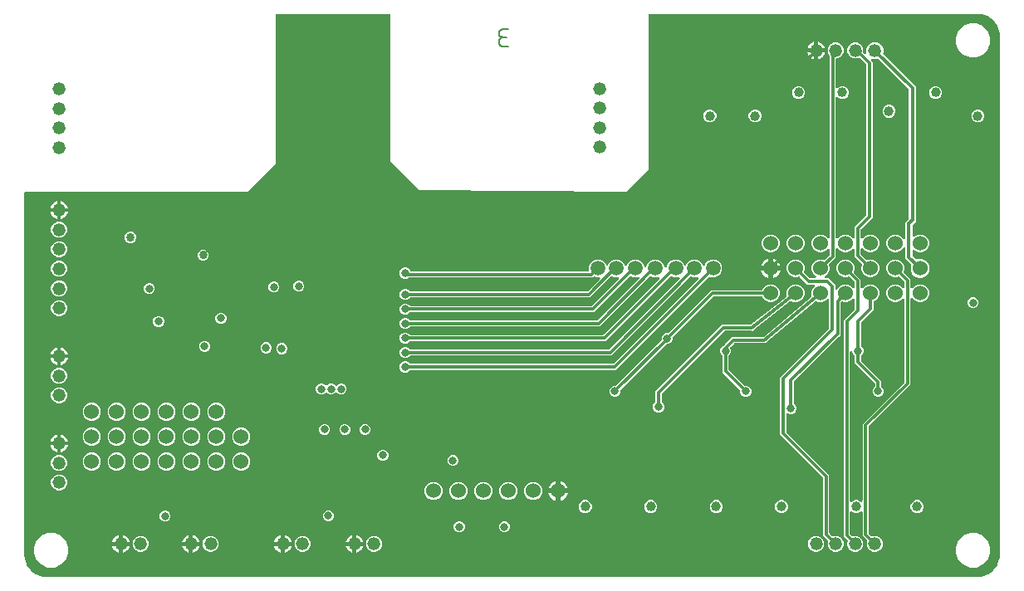
<source format=gbr>
G04 EAGLE Gerber RS-274X export*
G75*
%MOMM*%
%FSLAX34Y34*%
%LPD*%
%INCopper Layer 15*%
%IPPOS*%
%AMOC8*
5,1,8,0,0,1.08239X$1,22.5*%
G01*
%ADD10C,0.152400*%
%ADD11C,0.808000*%
%ADD12C,1.320800*%
%ADD13C,1.524000*%
%ADD14C,0.304800*%
%ADD15C,1.508000*%
%ADD16C,1.008000*%
%ADD17C,0.858000*%

G36*
X975022Y2797D02*
X975022Y2797D01*
X975100Y2799D01*
X978375Y3056D01*
X978442Y3070D01*
X978511Y3075D01*
X978667Y3115D01*
X984897Y5139D01*
X985004Y5189D01*
X985115Y5233D01*
X985166Y5265D01*
X985185Y5274D01*
X985200Y5287D01*
X985251Y5319D01*
X990550Y9169D01*
X990637Y9250D01*
X990728Y9326D01*
X990767Y9373D01*
X990782Y9387D01*
X990793Y9404D01*
X990831Y9450D01*
X994681Y14749D01*
X994698Y14781D01*
X994720Y14807D01*
X994752Y14874D01*
X994802Y14953D01*
X994824Y15010D01*
X994834Y15028D01*
X994839Y15048D01*
X994861Y15103D01*
X996885Y21333D01*
X996898Y21400D01*
X996921Y21466D01*
X996944Y21625D01*
X997201Y24900D01*
X997200Y24922D01*
X997205Y25000D01*
X997205Y555000D01*
X997203Y555022D01*
X997201Y555100D01*
X996944Y558375D01*
X996930Y558442D01*
X996925Y558511D01*
X996885Y558667D01*
X994861Y564897D01*
X994811Y565004D01*
X994767Y565115D01*
X994735Y565166D01*
X994726Y565185D01*
X994713Y565200D01*
X994681Y565251D01*
X990831Y570550D01*
X990750Y570637D01*
X990674Y570728D01*
X990627Y570767D01*
X990613Y570782D01*
X990596Y570793D01*
X990550Y570831D01*
X985251Y574681D01*
X985147Y574738D01*
X985047Y574802D01*
X984990Y574824D01*
X984972Y574834D01*
X984952Y574839D01*
X984897Y574861D01*
X978667Y576885D01*
X978599Y576898D01*
X978534Y576921D01*
X978375Y576944D01*
X975100Y577201D01*
X975078Y577200D01*
X975000Y577205D01*
X640556Y577205D01*
X640438Y577190D01*
X640319Y577183D01*
X640281Y577170D01*
X640241Y577165D01*
X640130Y577122D01*
X640017Y577085D01*
X639983Y577063D01*
X639945Y577048D01*
X639849Y576979D01*
X639748Y576915D01*
X639720Y576885D01*
X639688Y576862D01*
X639612Y576770D01*
X639530Y576683D01*
X639511Y576648D01*
X639485Y576617D01*
X639434Y576509D01*
X639377Y576405D01*
X639367Y576365D01*
X639349Y576329D01*
X639327Y576212D01*
X639297Y576097D01*
X639293Y576037D01*
X639290Y576017D01*
X639291Y575996D01*
X639287Y575936D01*
X639287Y418832D01*
X616222Y395767D01*
X405503Y397186D01*
X375919Y426770D01*
X375919Y575936D01*
X375904Y576054D01*
X375897Y576173D01*
X375884Y576211D01*
X375879Y576252D01*
X375836Y576362D01*
X375799Y576475D01*
X375777Y576510D01*
X375762Y576547D01*
X375692Y576643D01*
X375629Y576744D01*
X375599Y576772D01*
X375576Y576805D01*
X375484Y576881D01*
X375397Y576962D01*
X375362Y576982D01*
X375331Y577007D01*
X375223Y577058D01*
X375119Y577116D01*
X375079Y577126D01*
X375043Y577143D01*
X374926Y577165D01*
X374811Y577195D01*
X374750Y577199D01*
X374730Y577203D01*
X374710Y577201D01*
X374650Y577205D01*
X260350Y577205D01*
X260232Y577190D01*
X260113Y577183D01*
X260075Y577170D01*
X260034Y577165D01*
X259924Y577122D01*
X259811Y577085D01*
X259776Y577063D01*
X259739Y577048D01*
X259643Y576979D01*
X259542Y576915D01*
X259514Y576885D01*
X259481Y576862D01*
X259406Y576770D01*
X259324Y576683D01*
X259304Y576648D01*
X259279Y576617D01*
X259228Y576509D01*
X259170Y576405D01*
X259160Y576365D01*
X259143Y576329D01*
X259121Y576212D01*
X259091Y576097D01*
X259087Y576037D01*
X259083Y576017D01*
X259085Y575996D01*
X259081Y575936D01*
X259081Y424388D01*
X230456Y395763D01*
X14361Y395763D01*
X14356Y395762D01*
X14346Y395763D01*
X4049Y395643D01*
X3939Y395628D01*
X3827Y395621D01*
X3782Y395606D01*
X3734Y395600D01*
X3631Y395557D01*
X3525Y395523D01*
X3484Y395497D01*
X3440Y395479D01*
X3350Y395413D01*
X3256Y395353D01*
X3223Y395318D01*
X3185Y395289D01*
X3115Y395203D01*
X3038Y395121D01*
X3015Y395079D01*
X2985Y395042D01*
X2938Y394940D01*
X2884Y394843D01*
X2872Y394796D01*
X2853Y394753D01*
X2833Y394643D01*
X2805Y394535D01*
X2800Y394461D01*
X2796Y394440D01*
X2798Y394422D01*
X2795Y394374D01*
X2795Y25000D01*
X2797Y24978D01*
X2799Y24900D01*
X3056Y21625D01*
X3070Y21558D01*
X3075Y21489D01*
X3115Y21333D01*
X5139Y15103D01*
X5183Y15009D01*
X5203Y14948D01*
X5217Y14925D01*
X5233Y14885D01*
X5265Y14834D01*
X5274Y14815D01*
X5287Y14800D01*
X5319Y14749D01*
X9169Y9450D01*
X9250Y9363D01*
X9326Y9272D01*
X9373Y9233D01*
X9387Y9218D01*
X9404Y9207D01*
X9450Y9169D01*
X14749Y5319D01*
X14853Y5262D01*
X14953Y5198D01*
X15010Y5176D01*
X15028Y5166D01*
X15048Y5161D01*
X15103Y5139D01*
X21333Y3115D01*
X21401Y3102D01*
X21466Y3079D01*
X21625Y3056D01*
X24900Y2799D01*
X24922Y2800D01*
X25000Y2795D01*
X975000Y2795D01*
X975022Y2797D01*
G37*
%LPC*%
G36*
X828171Y28384D02*
X828171Y28384D01*
X825183Y29621D01*
X822896Y31908D01*
X821659Y34896D01*
X821659Y38129D01*
X821979Y38902D01*
X821986Y38930D01*
X822000Y38956D01*
X822028Y39083D01*
X822063Y39208D01*
X822063Y39238D01*
X822070Y39267D01*
X822066Y39397D01*
X822068Y39526D01*
X822061Y39555D01*
X822060Y39585D01*
X822024Y39709D01*
X821994Y39836D01*
X821980Y39862D01*
X821971Y39890D01*
X821906Y40002D01*
X821845Y40117D01*
X821825Y40139D01*
X821810Y40164D01*
X821704Y40285D01*
X817214Y44775D01*
X817214Y103461D01*
X817201Y103560D01*
X817198Y103659D01*
X817182Y103717D01*
X817174Y103777D01*
X817137Y103869D01*
X817110Y103964D01*
X817079Y104016D01*
X817057Y104073D01*
X816999Y104153D01*
X816948Y104238D01*
X816882Y104313D01*
X816870Y104330D01*
X816861Y104338D01*
X816842Y104359D01*
X773239Y147962D01*
X773239Y206050D01*
X822905Y255717D01*
X822966Y255795D01*
X823034Y255867D01*
X823063Y255920D01*
X823100Y255968D01*
X823139Y256059D01*
X823187Y256145D01*
X823202Y256204D01*
X823226Y256260D01*
X823242Y256358D01*
X823267Y256453D01*
X823273Y256553D01*
X823276Y256574D01*
X823275Y256586D01*
X823277Y256614D01*
X823277Y284992D01*
X823259Y285130D01*
X823246Y285269D01*
X823239Y285288D01*
X823237Y285308D01*
X823186Y285437D01*
X823139Y285568D01*
X823127Y285585D01*
X823120Y285604D01*
X823038Y285716D01*
X822960Y285831D01*
X822945Y285845D01*
X822933Y285861D01*
X822826Y285950D01*
X822722Y286042D01*
X822704Y286051D01*
X822688Y286064D01*
X822562Y286123D01*
X822438Y286186D01*
X822419Y286191D01*
X822400Y286199D01*
X822264Y286225D01*
X822128Y286256D01*
X822108Y286255D01*
X822088Y286259D01*
X821950Y286251D01*
X821810Y286246D01*
X821791Y286241D01*
X821771Y286239D01*
X821639Y286197D01*
X821505Y286158D01*
X821487Y286148D01*
X821468Y286141D01*
X821350Y286067D01*
X821231Y285996D01*
X821210Y285978D01*
X821199Y285971D01*
X821185Y285956D01*
X821110Y285890D01*
X819568Y284347D01*
X816207Y282955D01*
X812568Y282955D01*
X810343Y283877D01*
X810217Y283912D01*
X810092Y283952D01*
X810064Y283953D01*
X810037Y283961D01*
X809905Y283963D01*
X809775Y283971D01*
X809747Y283966D01*
X809719Y283966D01*
X809591Y283935D01*
X809462Y283911D01*
X809437Y283898D01*
X809409Y283892D01*
X809294Y283831D01*
X809175Y283774D01*
X809142Y283751D01*
X809128Y283743D01*
X809112Y283728D01*
X809045Y283679D01*
X759340Y242258D01*
X759325Y242243D01*
X759255Y242181D01*
X758445Y241371D01*
X758406Y241363D01*
X758307Y241316D01*
X757157Y241421D01*
X757135Y241420D01*
X757042Y241426D01*
X727276Y241426D01*
X727178Y241414D01*
X727079Y241411D01*
X727021Y241394D01*
X726961Y241386D01*
X726868Y241350D01*
X726773Y241322D01*
X726721Y241292D01*
X726665Y241269D01*
X726585Y241211D01*
X726499Y241161D01*
X726424Y241095D01*
X726408Y241083D01*
X726400Y241074D01*
X726395Y241070D01*
X726392Y241066D01*
X726379Y241055D01*
X722742Y237418D01*
X722723Y237394D01*
X722701Y237375D01*
X722626Y237269D01*
X722547Y237166D01*
X722535Y237139D01*
X722518Y237115D01*
X722472Y236994D01*
X722420Y236874D01*
X722416Y236845D01*
X722405Y236818D01*
X722391Y236689D01*
X722370Y236560D01*
X722373Y236531D01*
X722370Y236502D01*
X722388Y236373D01*
X722400Y236244D01*
X722410Y236216D01*
X722414Y236187D01*
X722466Y236034D01*
X723115Y234469D01*
X723115Y232256D01*
X722268Y230210D01*
X720970Y228913D01*
X720910Y228835D01*
X720842Y228763D01*
X720813Y228710D01*
X720776Y228662D01*
X720736Y228571D01*
X720688Y228484D01*
X720673Y228426D01*
X720649Y228370D01*
X720634Y228272D01*
X720609Y228176D01*
X720603Y228076D01*
X720599Y228056D01*
X720601Y228044D01*
X720599Y228016D01*
X720599Y214514D01*
X720611Y214415D01*
X720614Y214316D01*
X720631Y214258D01*
X720639Y214198D01*
X720675Y214106D01*
X720703Y214011D01*
X720733Y213959D01*
X720756Y213902D01*
X720814Y213822D01*
X720864Y213737D01*
X720930Y213662D01*
X720942Y213645D01*
X720952Y213637D01*
X720970Y213616D01*
X736563Y198024D01*
X736641Y197963D01*
X736713Y197895D01*
X736766Y197866D01*
X736814Y197829D01*
X736905Y197790D01*
X736991Y197742D01*
X737050Y197727D01*
X737106Y197703D01*
X737204Y197687D01*
X737299Y197662D01*
X737399Y197656D01*
X737420Y197653D01*
X737432Y197654D01*
X737460Y197652D01*
X739294Y197652D01*
X741340Y196805D01*
X742905Y195240D01*
X743752Y193194D01*
X743752Y190981D01*
X742905Y188935D01*
X741340Y187370D01*
X739294Y186523D01*
X737081Y186523D01*
X735035Y187370D01*
X733470Y188935D01*
X732623Y190981D01*
X732623Y192815D01*
X732610Y192913D01*
X732607Y193012D01*
X732591Y193070D01*
X732583Y193130D01*
X732546Y193223D01*
X732519Y193318D01*
X732488Y193370D01*
X732466Y193426D01*
X732408Y193506D01*
X732357Y193592D01*
X732291Y193667D01*
X732279Y193683D01*
X732270Y193691D01*
X732251Y193712D01*
X714501Y211462D01*
X714501Y228016D01*
X714489Y228114D01*
X714486Y228213D01*
X714469Y228271D01*
X714461Y228331D01*
X714425Y228423D01*
X714397Y228518D01*
X714367Y228571D01*
X714344Y228627D01*
X714286Y228707D01*
X714236Y228792D01*
X714170Y228868D01*
X714158Y228884D01*
X714148Y228892D01*
X714130Y228913D01*
X712832Y230210D01*
X711985Y232256D01*
X711985Y234469D01*
X712832Y236515D01*
X714398Y238080D01*
X714819Y238254D01*
X714827Y238259D01*
X714836Y238262D01*
X714965Y238338D01*
X715095Y238412D01*
X715102Y238418D01*
X715110Y238423D01*
X715230Y238529D01*
X716659Y239958D01*
X724225Y247524D01*
X755674Y247524D01*
X755716Y247529D01*
X755757Y247526D01*
X755873Y247549D01*
X755990Y247564D01*
X756028Y247579D01*
X756069Y247587D01*
X756176Y247637D01*
X756285Y247681D01*
X756319Y247705D01*
X756357Y247723D01*
X756487Y247818D01*
X805090Y288320D01*
X805149Y288384D01*
X805215Y288440D01*
X805257Y288500D01*
X805307Y288553D01*
X805348Y288629D01*
X805398Y288700D01*
X805424Y288768D01*
X805459Y288832D01*
X805480Y288916D01*
X805511Y288998D01*
X805519Y289070D01*
X805537Y289140D01*
X805537Y289227D01*
X805546Y289314D01*
X805536Y289386D01*
X805536Y289459D01*
X805514Y289543D01*
X805502Y289629D01*
X805459Y289754D01*
X805456Y289766D01*
X805453Y289771D01*
X805450Y289781D01*
X805243Y290281D01*
X805243Y293919D01*
X806635Y297280D01*
X808431Y299077D01*
X808517Y299186D01*
X808605Y299293D01*
X808614Y299312D01*
X808626Y299328D01*
X808682Y299456D01*
X808741Y299581D01*
X808745Y299601D01*
X808753Y299620D01*
X808775Y299758D01*
X808801Y299894D01*
X808799Y299914D01*
X808803Y299934D01*
X808789Y300073D01*
X808781Y300211D01*
X808775Y300230D01*
X808773Y300250D01*
X808726Y300382D01*
X808683Y300513D01*
X808672Y300531D01*
X808665Y300550D01*
X808587Y300665D01*
X808513Y300782D01*
X808498Y300796D01*
X808487Y300813D01*
X808382Y300905D01*
X808281Y301000D01*
X808263Y301010D01*
X808248Y301023D01*
X808124Y301087D01*
X808003Y301154D01*
X807983Y301159D01*
X807965Y301168D01*
X807829Y301198D01*
X807695Y301233D01*
X807667Y301235D01*
X807655Y301238D01*
X807634Y301237D01*
X807534Y301243D01*
X800933Y301243D01*
X793538Y308638D01*
X793514Y308657D01*
X793495Y308679D01*
X793389Y308754D01*
X793286Y308833D01*
X793259Y308845D01*
X793235Y308862D01*
X793114Y308908D01*
X792994Y308960D01*
X792965Y308964D01*
X792938Y308975D01*
X792809Y308989D01*
X792680Y309010D01*
X792651Y309007D01*
X792622Y309010D01*
X792493Y308992D01*
X792364Y308980D01*
X792336Y308970D01*
X792307Y308966D01*
X792154Y308914D01*
X790807Y308355D01*
X787168Y308355D01*
X783807Y309747D01*
X781235Y312320D01*
X779843Y315681D01*
X779843Y319319D01*
X781235Y322680D01*
X783807Y325253D01*
X787168Y326645D01*
X790807Y326645D01*
X794168Y325253D01*
X796740Y322680D01*
X798132Y319319D01*
X798132Y315681D01*
X797574Y314333D01*
X797566Y314305D01*
X797553Y314278D01*
X797524Y314152D01*
X797490Y314026D01*
X797490Y313997D01*
X797483Y313968D01*
X797487Y313838D01*
X797485Y313708D01*
X797492Y313680D01*
X797493Y313650D01*
X797529Y313526D01*
X797559Y313399D01*
X797573Y313373D01*
X797581Y313345D01*
X797647Y313233D01*
X797708Y313118D01*
X797728Y313096D01*
X797743Y313071D01*
X797849Y312950D01*
X803087Y307712D01*
X803165Y307652D01*
X803237Y307584D01*
X803290Y307555D01*
X803338Y307518D01*
X803429Y307478D01*
X803515Y307430D01*
X803574Y307415D01*
X803630Y307391D01*
X803728Y307376D01*
X803823Y307351D01*
X803923Y307345D01*
X803944Y307341D01*
X803956Y307343D01*
X803984Y307341D01*
X808637Y307341D01*
X808706Y307349D01*
X808776Y307348D01*
X808863Y307369D01*
X808952Y307381D01*
X809017Y307406D01*
X809085Y307423D01*
X809165Y307465D01*
X809248Y307498D01*
X809305Y307539D01*
X809366Y307571D01*
X809433Y307632D01*
X809505Y307684D01*
X809550Y307738D01*
X809602Y307785D01*
X809651Y307860D01*
X809708Y307929D01*
X809738Y307993D01*
X809776Y308051D01*
X809806Y308136D01*
X809844Y308217D01*
X809857Y308286D01*
X809880Y308352D01*
X809887Y308441D01*
X809904Y308529D01*
X809899Y308599D01*
X809905Y308669D01*
X809889Y308757D01*
X809884Y308847D01*
X809862Y308913D01*
X809850Y308982D01*
X809813Y309064D01*
X809786Y309149D01*
X809748Y309208D01*
X809720Y309272D01*
X809664Y309342D01*
X809616Y309418D01*
X809565Y309466D01*
X809521Y309521D01*
X809450Y309574D01*
X809384Y309636D01*
X809323Y309670D01*
X809267Y309712D01*
X809220Y309735D01*
X806635Y312320D01*
X805243Y315681D01*
X805243Y319319D01*
X806635Y322680D01*
X809207Y325253D01*
X812568Y326645D01*
X816207Y326645D01*
X817554Y326086D01*
X817583Y326079D01*
X817609Y326065D01*
X817736Y326037D01*
X817861Y326003D01*
X817891Y326002D01*
X817919Y325996D01*
X818049Y326000D01*
X818179Y325997D01*
X818208Y326004D01*
X818237Y326005D01*
X818362Y326041D01*
X818488Y326072D01*
X818514Y326085D01*
X818543Y326094D01*
X818655Y326160D01*
X818769Y326220D01*
X818791Y326240D01*
X818817Y326255D01*
X818938Y326362D01*
X823350Y330774D01*
X823410Y330852D01*
X823478Y330924D01*
X823507Y330977D01*
X823544Y331025D01*
X823584Y331116D01*
X823632Y331202D01*
X823647Y331261D01*
X823671Y331317D01*
X823686Y331415D01*
X823711Y331510D01*
X823717Y331610D01*
X823721Y331631D01*
X823719Y331643D01*
X823721Y331671D01*
X823721Y336237D01*
X823704Y336374D01*
X823691Y336513D01*
X823684Y336532D01*
X823681Y336552D01*
X823630Y336681D01*
X823583Y336813D01*
X823572Y336829D01*
X823564Y336848D01*
X823483Y336961D01*
X823405Y337076D01*
X823389Y337089D01*
X823378Y337106D01*
X823270Y337194D01*
X823166Y337286D01*
X823148Y337295D01*
X823133Y337308D01*
X823007Y337368D01*
X822883Y337431D01*
X822863Y337435D01*
X822845Y337444D01*
X822709Y337470D01*
X822573Y337500D01*
X822552Y337500D01*
X822533Y337504D01*
X822394Y337495D01*
X822255Y337491D01*
X822235Y337485D01*
X822215Y337484D01*
X822083Y337441D01*
X821949Y337402D01*
X821932Y337392D01*
X821913Y337386D01*
X821795Y337311D01*
X821675Y337241D01*
X821654Y337222D01*
X821644Y337216D01*
X821630Y337201D01*
X821555Y337134D01*
X819568Y335147D01*
X816207Y333755D01*
X812568Y333755D01*
X809207Y335147D01*
X806635Y337720D01*
X805243Y341081D01*
X805243Y344719D01*
X806635Y348080D01*
X809207Y350653D01*
X812568Y352045D01*
X816207Y352045D01*
X819568Y350653D01*
X821555Y348666D01*
X821664Y348580D01*
X821771Y348492D01*
X821790Y348483D01*
X821806Y348471D01*
X821934Y348415D01*
X822059Y348356D01*
X822079Y348352D01*
X822098Y348344D01*
X822236Y348322D01*
X822372Y348296D01*
X822392Y348298D01*
X822412Y348294D01*
X822551Y348308D01*
X822689Y348316D01*
X822708Y348322D01*
X822728Y348324D01*
X822860Y348371D01*
X822991Y348414D01*
X823009Y348425D01*
X823028Y348432D01*
X823143Y348510D01*
X823260Y348584D01*
X823274Y348599D01*
X823291Y348610D01*
X823383Y348715D01*
X823478Y348816D01*
X823488Y348834D01*
X823501Y348849D01*
X823565Y348973D01*
X823632Y349094D01*
X823637Y349114D01*
X823646Y349132D01*
X823676Y349268D01*
X823711Y349402D01*
X823713Y349430D01*
X823716Y349442D01*
X823715Y349463D01*
X823721Y349563D01*
X823721Y533795D01*
X823709Y533893D01*
X823706Y533992D01*
X823689Y534050D01*
X823681Y534110D01*
X823645Y534202D01*
X823617Y534297D01*
X823587Y534350D01*
X823564Y534406D01*
X823506Y534486D01*
X823456Y534571D01*
X823390Y534647D01*
X823378Y534663D01*
X823368Y534671D01*
X823349Y534692D01*
X822896Y535145D01*
X821659Y538133D01*
X821659Y541367D01*
X822896Y544355D01*
X825183Y546641D01*
X828171Y547879D01*
X831404Y547879D01*
X834392Y546641D01*
X836679Y544355D01*
X837916Y541367D01*
X837916Y538133D01*
X836679Y535145D01*
X834392Y532859D01*
X831404Y531621D01*
X831088Y531621D01*
X830970Y531606D01*
X830851Y531599D01*
X830813Y531586D01*
X830772Y531581D01*
X830662Y531538D01*
X830549Y531501D01*
X830514Y531479D01*
X830477Y531464D01*
X830381Y531395D01*
X830280Y531331D01*
X830252Y531301D01*
X830219Y531278D01*
X830143Y531186D01*
X830062Y531099D01*
X830042Y531064D01*
X830017Y531033D01*
X829966Y530925D01*
X829908Y530821D01*
X829898Y530781D01*
X829881Y530745D01*
X829859Y530628D01*
X829829Y530513D01*
X829825Y530453D01*
X829821Y530433D01*
X829823Y530412D01*
X829819Y530352D01*
X829819Y502442D01*
X829836Y502304D01*
X829849Y502166D01*
X829856Y502147D01*
X829859Y502126D01*
X829910Y501997D01*
X829957Y501866D01*
X829968Y501849D01*
X829976Y501831D01*
X830057Y501718D01*
X830135Y501603D01*
X830151Y501590D01*
X830162Y501573D01*
X830270Y501485D01*
X830374Y501393D01*
X830392Y501383D01*
X830407Y501371D01*
X830533Y501311D01*
X830657Y501248D01*
X830677Y501244D01*
X830695Y501235D01*
X830832Y501209D01*
X830967Y501178D01*
X830988Y501179D01*
X831007Y501175D01*
X831146Y501184D01*
X831285Y501188D01*
X831305Y501194D01*
X831325Y501195D01*
X831457Y501238D01*
X831591Y501276D01*
X831608Y501287D01*
X831627Y501293D01*
X831745Y501367D01*
X831865Y501438D01*
X831886Y501457D01*
X831896Y501463D01*
X831910Y501478D01*
X831985Y501544D01*
X832894Y502453D01*
X835307Y503452D01*
X837918Y503452D01*
X840331Y502453D01*
X842178Y500606D01*
X843177Y498193D01*
X843177Y495582D01*
X842178Y493169D01*
X840331Y491322D01*
X837918Y490323D01*
X835307Y490323D01*
X832894Y491322D01*
X831985Y492231D01*
X831876Y492315D01*
X831769Y492404D01*
X831750Y492413D01*
X831734Y492426D01*
X831607Y492481D01*
X831481Y492540D01*
X831461Y492544D01*
X831442Y492552D01*
X831304Y492574D01*
X831168Y492600D01*
X831148Y492599D01*
X831128Y492602D01*
X830989Y492589D01*
X830851Y492580D01*
X830832Y492574D01*
X830812Y492572D01*
X830680Y492525D01*
X830549Y492482D01*
X830531Y492471D01*
X830512Y492464D01*
X830397Y492386D01*
X830280Y492312D01*
X830266Y492297D01*
X830249Y492286D01*
X830157Y492182D01*
X830062Y492080D01*
X830052Y492062D01*
X830039Y492047D01*
X829976Y491924D01*
X829908Y491802D01*
X829903Y491782D01*
X829894Y491764D01*
X829864Y491628D01*
X829829Y491494D01*
X829827Y491466D01*
X829824Y491454D01*
X829825Y491433D01*
X829819Y491333D01*
X829819Y348928D01*
X829836Y348791D01*
X829849Y348652D01*
X829856Y348633D01*
X829859Y348613D01*
X829910Y348484D01*
X829957Y348352D01*
X829968Y348336D01*
X829976Y348317D01*
X830057Y348204D01*
X830135Y348089D01*
X830151Y348076D01*
X830162Y348059D01*
X830270Y347971D01*
X830374Y347879D01*
X830392Y347870D01*
X830407Y347857D01*
X830533Y347797D01*
X830657Y347734D01*
X830677Y347730D01*
X830695Y347721D01*
X830831Y347695D01*
X830967Y347665D01*
X830988Y347665D01*
X831007Y347661D01*
X831146Y347670D01*
X831285Y347674D01*
X831305Y347680D01*
X831325Y347681D01*
X831457Y347724D01*
X831591Y347763D01*
X831608Y347773D01*
X831627Y347779D01*
X831745Y347854D01*
X831865Y347924D01*
X831886Y347943D01*
X831896Y347949D01*
X831910Y347964D01*
X831985Y348031D01*
X834607Y350653D01*
X837968Y352045D01*
X841607Y352045D01*
X844968Y350653D01*
X846955Y348666D01*
X847064Y348580D01*
X847171Y348492D01*
X847190Y348483D01*
X847206Y348471D01*
X847334Y348415D01*
X847459Y348356D01*
X847479Y348352D01*
X847498Y348344D01*
X847636Y348322D01*
X847772Y348296D01*
X847792Y348298D01*
X847812Y348294D01*
X847951Y348308D01*
X848089Y348316D01*
X848108Y348322D01*
X848128Y348324D01*
X848260Y348371D01*
X848391Y348414D01*
X848409Y348425D01*
X848428Y348432D01*
X848543Y348510D01*
X848660Y348584D01*
X848674Y348599D01*
X848691Y348610D01*
X848783Y348715D01*
X848878Y348816D01*
X848888Y348834D01*
X848901Y348849D01*
X848965Y348973D01*
X849032Y349094D01*
X849037Y349114D01*
X849046Y349132D01*
X849076Y349268D01*
X849111Y349402D01*
X849113Y349430D01*
X849116Y349442D01*
X849115Y349463D01*
X849121Y349563D01*
X849121Y359720D01*
X860973Y371572D01*
X861034Y371651D01*
X861102Y371723D01*
X861131Y371776D01*
X861168Y371824D01*
X861208Y371915D01*
X861255Y372001D01*
X861270Y372060D01*
X861295Y372115D01*
X861310Y372213D01*
X861335Y372309D01*
X861341Y372409D01*
X861344Y372430D01*
X861343Y372442D01*
X861345Y372470D01*
X861345Y524943D01*
X861333Y525041D01*
X861330Y525140D01*
X861313Y525198D01*
X861305Y525258D01*
X861269Y525350D01*
X861241Y525445D01*
X861210Y525498D01*
X861188Y525554D01*
X861130Y525634D01*
X861080Y525719D01*
X861013Y525795D01*
X861001Y525811D01*
X860992Y525819D01*
X860973Y525840D01*
X854682Y532131D01*
X854659Y532149D01*
X854640Y532172D01*
X854534Y532246D01*
X854431Y532326D01*
X854404Y532338D01*
X854380Y532355D01*
X854259Y532401D01*
X854139Y532452D01*
X854110Y532457D01*
X854083Y532467D01*
X853954Y532482D01*
X853825Y532502D01*
X853796Y532499D01*
X853766Y532503D01*
X853638Y532485D01*
X853509Y532472D01*
X853481Y532462D01*
X853452Y532458D01*
X853299Y532406D01*
X851404Y531621D01*
X848171Y531621D01*
X845183Y532859D01*
X842896Y535145D01*
X841659Y538133D01*
X841659Y541367D01*
X842896Y544355D01*
X845183Y546641D01*
X848171Y547879D01*
X851404Y547879D01*
X854392Y546641D01*
X856679Y544355D01*
X857916Y541367D01*
X857916Y538046D01*
X857929Y537948D01*
X857932Y537849D01*
X857948Y537791D01*
X857956Y537731D01*
X857992Y537639D01*
X858020Y537543D01*
X858051Y537491D01*
X858073Y537435D01*
X858131Y537355D01*
X858182Y537269D01*
X858248Y537194D01*
X858260Y537178D01*
X858269Y537170D01*
X858288Y537149D01*
X859288Y536149D01*
X859343Y536106D01*
X859391Y536056D01*
X859468Y536009D01*
X859539Y535954D01*
X859603Y535926D01*
X859663Y535890D01*
X859748Y535863D01*
X859831Y535827D01*
X859900Y535817D01*
X859967Y535796D01*
X860056Y535792D01*
X860145Y535778D01*
X860215Y535784D01*
X860284Y535781D01*
X860372Y535799D01*
X860462Y535807D01*
X860527Y535831D01*
X860596Y535845D01*
X860676Y535885D01*
X860761Y535915D01*
X860819Y535954D01*
X860881Y535985D01*
X860950Y536043D01*
X861024Y536094D01*
X861070Y536146D01*
X861123Y536191D01*
X861175Y536265D01*
X861234Y536332D01*
X861266Y536394D01*
X861306Y536451D01*
X861338Y536535D01*
X861379Y536615D01*
X861394Y536683D01*
X861419Y536749D01*
X861429Y536838D01*
X861449Y536926D01*
X861447Y536995D01*
X861454Y537065D01*
X861442Y537154D01*
X861439Y537243D01*
X861420Y537311D01*
X861410Y537380D01*
X861358Y537532D01*
X861151Y538032D01*
X861151Y541468D01*
X862466Y544642D01*
X864895Y547072D01*
X868070Y548387D01*
X871505Y548387D01*
X874680Y547072D01*
X877109Y544642D01*
X878424Y541468D01*
X878424Y538032D01*
X878196Y537480D01*
X878188Y537452D01*
X878174Y537425D01*
X878146Y537299D01*
X878112Y537173D01*
X878111Y537144D01*
X878105Y537115D01*
X878109Y536985D01*
X878107Y536855D01*
X878113Y536827D01*
X878114Y536797D01*
X878150Y536672D01*
X878181Y536546D01*
X878195Y536520D01*
X878203Y536492D01*
X878269Y536380D01*
X878329Y536265D01*
X878349Y536243D01*
X878364Y536218D01*
X878471Y536097D01*
X909151Y505416D01*
X911607Y502961D01*
X911607Y365239D01*
X908422Y362055D01*
X908362Y361977D01*
X908294Y361905D01*
X908265Y361852D01*
X908228Y361804D01*
X908188Y361713D01*
X908140Y361626D01*
X908125Y361568D01*
X908101Y361512D01*
X908086Y361414D01*
X908061Y361318D01*
X908055Y361218D01*
X908051Y361198D01*
X908053Y361186D01*
X908051Y361158D01*
X908051Y350960D01*
X908068Y350822D01*
X908081Y350684D01*
X908088Y350665D01*
X908091Y350645D01*
X908142Y350515D01*
X908189Y350384D01*
X908200Y350368D01*
X908208Y350349D01*
X908289Y350236D01*
X908367Y350121D01*
X908383Y350108D01*
X908394Y350091D01*
X908502Y350003D01*
X908606Y349911D01*
X908624Y349902D01*
X908639Y349889D01*
X908765Y349829D01*
X908889Y349766D01*
X908909Y349762D01*
X908927Y349753D01*
X909064Y349727D01*
X909199Y349697D01*
X909220Y349697D01*
X909239Y349693D01*
X909378Y349702D01*
X909517Y349706D01*
X909537Y349712D01*
X909557Y349713D01*
X909689Y349756D01*
X909823Y349795D01*
X909840Y349805D01*
X909859Y349811D01*
X909977Y349885D01*
X910097Y349956D01*
X910118Y349975D01*
X910128Y349981D01*
X910142Y349996D01*
X910217Y350063D01*
X910807Y350653D01*
X914168Y352045D01*
X917807Y352045D01*
X921168Y350653D01*
X923740Y348080D01*
X925132Y344719D01*
X925132Y341081D01*
X923740Y337720D01*
X921168Y335147D01*
X917807Y333755D01*
X914168Y333755D01*
X910807Y335147D01*
X910217Y335737D01*
X910108Y335822D01*
X910001Y335911D01*
X909982Y335920D01*
X909966Y335932D01*
X909838Y335988D01*
X909713Y336047D01*
X909693Y336051D01*
X909674Y336059D01*
X909536Y336081D01*
X909400Y336107D01*
X909380Y336105D01*
X909360Y336109D01*
X909221Y336095D01*
X909083Y336087D01*
X909064Y336081D01*
X909044Y336079D01*
X908913Y336032D01*
X908781Y335989D01*
X908763Y335978D01*
X908744Y335971D01*
X908630Y335893D01*
X908512Y335819D01*
X908498Y335804D01*
X908481Y335793D01*
X908389Y335689D01*
X908294Y335587D01*
X908284Y335569D01*
X908271Y335554D01*
X908208Y335430D01*
X908140Y335309D01*
X908135Y335289D01*
X908126Y335271D01*
X908096Y335135D01*
X908061Y335001D01*
X908059Y334973D01*
X908056Y334961D01*
X908057Y334940D01*
X908051Y334840D01*
X908051Y330992D01*
X908063Y330894D01*
X908066Y330795D01*
X908083Y330737D01*
X908091Y330677D01*
X908127Y330585D01*
X908155Y330490D01*
X908185Y330438D01*
X908208Y330381D01*
X908266Y330301D01*
X908316Y330216D01*
X908382Y330140D01*
X908394Y330124D01*
X908404Y330116D01*
X908422Y330095D01*
X911557Y326961D01*
X911580Y326943D01*
X911599Y326920D01*
X911705Y326846D01*
X911808Y326766D01*
X911835Y326754D01*
X911859Y326737D01*
X911980Y326691D01*
X912100Y326640D01*
X912129Y326635D01*
X912157Y326624D01*
X912286Y326610D01*
X912414Y326590D01*
X912443Y326592D01*
X912473Y326589D01*
X912601Y326607D01*
X912730Y326619D01*
X912758Y326629D01*
X912788Y326634D01*
X912940Y326686D01*
X914067Y327153D01*
X917908Y327153D01*
X921455Y325683D01*
X924171Y322968D01*
X925640Y319420D01*
X925640Y315580D01*
X924171Y312032D01*
X921455Y309317D01*
X917908Y307847D01*
X914067Y307847D01*
X910520Y309317D01*
X907804Y312032D01*
X906335Y315580D01*
X906335Y319420D01*
X906802Y320548D01*
X906810Y320576D01*
X906823Y320602D01*
X906852Y320729D01*
X906886Y320854D01*
X906886Y320884D01*
X906893Y320913D01*
X906889Y321042D01*
X906891Y321172D01*
X906884Y321201D01*
X906883Y321231D01*
X906847Y321355D01*
X906817Y321482D01*
X906803Y321508D01*
X906795Y321536D01*
X906729Y321648D01*
X906668Y321763D01*
X906648Y321785D01*
X906633Y321810D01*
X906527Y321931D01*
X900937Y327520D01*
X900937Y337609D01*
X900929Y337678D01*
X900930Y337748D01*
X900909Y337836D01*
X900897Y337925D01*
X900872Y337990D01*
X900855Y338058D01*
X900813Y338137D01*
X900780Y338221D01*
X900739Y338277D01*
X900707Y338339D01*
X900646Y338405D01*
X900594Y338478D01*
X900540Y338522D01*
X900493Y338574D01*
X900418Y338623D01*
X900349Y338681D01*
X900285Y338710D01*
X900227Y338749D01*
X900142Y338778D01*
X900061Y338816D01*
X899992Y338829D01*
X899926Y338852D01*
X899837Y338859D01*
X899749Y338876D01*
X899679Y338872D01*
X899609Y338877D01*
X899521Y338862D01*
X899431Y338856D01*
X899365Y338835D01*
X899296Y338823D01*
X899214Y338786D01*
X899129Y338758D01*
X899070Y338721D01*
X899006Y338692D01*
X898936Y338636D01*
X898860Y338588D01*
X898812Y338537D01*
X898758Y338494D01*
X898704Y338422D01*
X898642Y338356D01*
X898608Y338295D01*
X898566Y338240D01*
X898495Y338095D01*
X898340Y337720D01*
X895768Y335147D01*
X892407Y333755D01*
X888768Y333755D01*
X885407Y335147D01*
X882835Y337720D01*
X881443Y341081D01*
X881443Y344719D01*
X882835Y348080D01*
X885407Y350653D01*
X888768Y352045D01*
X892407Y352045D01*
X895768Y350653D01*
X898340Y348080D01*
X898495Y347705D01*
X898530Y347644D01*
X898556Y347579D01*
X898608Y347507D01*
X898653Y347429D01*
X898701Y347379D01*
X898742Y347322D01*
X898812Y347265D01*
X898874Y347200D01*
X898934Y347164D01*
X898987Y347119D01*
X899069Y347081D01*
X899145Y347034D01*
X899212Y347013D01*
X899275Y346984D01*
X899363Y346967D01*
X899449Y346940D01*
X899519Y346937D01*
X899588Y346924D01*
X899677Y346930D01*
X899767Y346925D01*
X899835Y346939D01*
X899905Y346944D01*
X899990Y346971D01*
X900078Y346990D01*
X900141Y347020D01*
X900207Y347042D01*
X900283Y347090D01*
X900364Y347129D01*
X900417Y347175D01*
X900476Y347212D01*
X900538Y347277D01*
X900606Y347336D01*
X900646Y347393D01*
X900694Y347444D01*
X900738Y347522D01*
X900789Y347596D01*
X900814Y347661D01*
X900848Y347722D01*
X900870Y347809D01*
X900902Y347893D01*
X900910Y347963D01*
X900927Y348030D01*
X900937Y348191D01*
X900937Y364630D01*
X904122Y367814D01*
X904182Y367892D01*
X904250Y367964D01*
X904279Y368017D01*
X904316Y368065D01*
X904356Y368156D01*
X904404Y368243D01*
X904419Y368301D01*
X904443Y368357D01*
X904458Y368455D01*
X904483Y368551D01*
X904489Y368651D01*
X904493Y368671D01*
X904491Y368683D01*
X904493Y368711D01*
X904493Y499489D01*
X904481Y499587D01*
X904478Y499686D01*
X904461Y499744D01*
X904453Y499804D01*
X904417Y499896D01*
X904389Y499991D01*
X904359Y500043D01*
X904336Y500100D01*
X904278Y500180D01*
X904228Y500265D01*
X904162Y500341D01*
X904150Y500357D01*
X904140Y500365D01*
X904122Y500386D01*
X873441Y531067D01*
X873417Y531085D01*
X873398Y531107D01*
X873292Y531182D01*
X873189Y531262D01*
X873162Y531274D01*
X873138Y531290D01*
X873017Y531336D01*
X872898Y531388D01*
X872868Y531393D01*
X872841Y531403D01*
X872712Y531418D01*
X872584Y531438D01*
X872554Y531435D01*
X872525Y531438D01*
X872396Y531420D01*
X872267Y531408D01*
X872239Y531398D01*
X872210Y531394D01*
X872057Y531342D01*
X871505Y531113D01*
X868070Y531113D01*
X867569Y531320D01*
X867502Y531339D01*
X867438Y531367D01*
X867349Y531381D01*
X867263Y531404D01*
X867193Y531405D01*
X867124Y531416D01*
X867035Y531408D01*
X866945Y531409D01*
X866877Y531393D01*
X866807Y531387D01*
X866723Y531356D01*
X866635Y531335D01*
X866574Y531303D01*
X866508Y531279D01*
X866434Y531229D01*
X866354Y531187D01*
X866303Y531140D01*
X866245Y531100D01*
X866186Y531033D01*
X866119Y530973D01*
X866081Y530914D01*
X866035Y530862D01*
X865994Y530782D01*
X865944Y530707D01*
X865922Y530641D01*
X865890Y530579D01*
X865870Y530491D01*
X865841Y530406D01*
X865836Y530336D01*
X865820Y530268D01*
X865823Y530179D01*
X865816Y530089D01*
X865828Y530020D01*
X865830Y529951D01*
X865855Y529864D01*
X865870Y529776D01*
X865899Y529712D01*
X865918Y529645D01*
X865964Y529568D01*
X866001Y529486D01*
X866044Y529431D01*
X866080Y529371D01*
X866186Y529250D01*
X867442Y527994D01*
X867442Y369418D01*
X855590Y357566D01*
X855530Y357488D01*
X855462Y357416D01*
X855433Y357363D01*
X855396Y357315D01*
X855356Y357224D01*
X855308Y357138D01*
X855293Y357079D01*
X855269Y357023D01*
X855254Y356925D01*
X855229Y356830D01*
X855223Y356730D01*
X855219Y356709D01*
X855221Y356697D01*
X855219Y356669D01*
X855219Y348928D01*
X855236Y348791D01*
X855249Y348652D01*
X855256Y348633D01*
X855259Y348613D01*
X855310Y348484D01*
X855357Y348352D01*
X855368Y348336D01*
X855376Y348317D01*
X855457Y348204D01*
X855535Y348089D01*
X855551Y348076D01*
X855562Y348059D01*
X855670Y347971D01*
X855774Y347879D01*
X855792Y347870D01*
X855807Y347857D01*
X855933Y347797D01*
X856057Y347734D01*
X856077Y347730D01*
X856095Y347721D01*
X856231Y347695D01*
X856367Y347665D01*
X856388Y347665D01*
X856407Y347661D01*
X856546Y347670D01*
X856685Y347674D01*
X856705Y347680D01*
X856725Y347681D01*
X856857Y347724D01*
X856991Y347763D01*
X857008Y347773D01*
X857027Y347779D01*
X857145Y347854D01*
X857265Y347924D01*
X857286Y347943D01*
X857296Y347949D01*
X857310Y347964D01*
X857385Y348031D01*
X860007Y350653D01*
X863368Y352045D01*
X867007Y352045D01*
X870368Y350653D01*
X872940Y348080D01*
X874332Y344719D01*
X874332Y341081D01*
X872940Y337720D01*
X870368Y335147D01*
X867007Y333755D01*
X863368Y333755D01*
X860007Y335147D01*
X857385Y337769D01*
X857276Y337855D01*
X857169Y337943D01*
X857150Y337952D01*
X857134Y337964D01*
X857006Y338020D01*
X856881Y338079D01*
X856861Y338083D01*
X856842Y338091D01*
X856704Y338113D01*
X856568Y338139D01*
X856548Y338137D01*
X856528Y338141D01*
X856389Y338127D01*
X856251Y338119D01*
X856232Y338113D01*
X856212Y338111D01*
X856080Y338064D01*
X855949Y338021D01*
X855931Y338010D01*
X855912Y338003D01*
X855797Y337925D01*
X855680Y337851D01*
X855666Y337836D01*
X855649Y337825D01*
X855557Y337720D01*
X855462Y337619D01*
X855452Y337601D01*
X855439Y337586D01*
X855375Y337462D01*
X855308Y337341D01*
X855303Y337321D01*
X855294Y337303D01*
X855264Y337167D01*
X855229Y337033D01*
X855227Y337005D01*
X855224Y336993D01*
X855225Y336972D01*
X855219Y336872D01*
X855219Y332306D01*
X855231Y332208D01*
X855234Y332109D01*
X855251Y332051D01*
X855259Y331991D01*
X855295Y331898D01*
X855323Y331803D01*
X855353Y331751D01*
X855376Y331695D01*
X855434Y331615D01*
X855484Y331529D01*
X855550Y331454D01*
X855562Y331438D01*
X855572Y331430D01*
X855590Y331409D01*
X860637Y326362D01*
X860661Y326343D01*
X860680Y326321D01*
X860786Y326246D01*
X860889Y326167D01*
X860916Y326155D01*
X860940Y326138D01*
X861061Y326092D01*
X861181Y326040D01*
X861210Y326036D01*
X861237Y326025D01*
X861366Y326011D01*
X861495Y325990D01*
X861524Y325993D01*
X861553Y325990D01*
X861682Y326008D01*
X861811Y326020D01*
X861839Y326030D01*
X861868Y326034D01*
X862021Y326086D01*
X863368Y326645D01*
X867007Y326645D01*
X870368Y325253D01*
X872940Y322680D01*
X874332Y319319D01*
X874332Y315681D01*
X872940Y312320D01*
X870368Y309747D01*
X867007Y308355D01*
X863368Y308355D01*
X860007Y309747D01*
X857435Y312320D01*
X856043Y315681D01*
X856043Y319319D01*
X856601Y320667D01*
X856609Y320695D01*
X856622Y320722D01*
X856651Y320848D01*
X856685Y320974D01*
X856685Y321003D01*
X856692Y321032D01*
X856688Y321162D01*
X856690Y321292D01*
X856683Y321320D01*
X856682Y321350D01*
X856646Y321474D01*
X856616Y321601D01*
X856602Y321627D01*
X856594Y321655D01*
X856528Y321767D01*
X856467Y321882D01*
X856447Y321904D01*
X856432Y321929D01*
X856326Y322050D01*
X849121Y329255D01*
X849121Y336237D01*
X849104Y336374D01*
X849091Y336513D01*
X849084Y336532D01*
X849081Y336552D01*
X849030Y336681D01*
X848983Y336813D01*
X848972Y336829D01*
X848964Y336848D01*
X848883Y336961D01*
X848805Y337076D01*
X848789Y337089D01*
X848778Y337106D01*
X848670Y337194D01*
X848566Y337286D01*
X848548Y337295D01*
X848533Y337308D01*
X848407Y337368D01*
X848283Y337431D01*
X848263Y337435D01*
X848245Y337444D01*
X848109Y337470D01*
X847973Y337500D01*
X847952Y337500D01*
X847933Y337504D01*
X847794Y337495D01*
X847655Y337491D01*
X847635Y337485D01*
X847615Y337484D01*
X847483Y337441D01*
X847349Y337402D01*
X847332Y337392D01*
X847313Y337386D01*
X847195Y337311D01*
X847075Y337241D01*
X847054Y337222D01*
X847044Y337216D01*
X847030Y337201D01*
X846955Y337134D01*
X844968Y335147D01*
X841607Y333755D01*
X837968Y333755D01*
X834607Y335147D01*
X831985Y337769D01*
X831876Y337855D01*
X831769Y337943D01*
X831750Y337952D01*
X831734Y337964D01*
X831606Y338020D01*
X831481Y338079D01*
X831461Y338083D01*
X831442Y338091D01*
X831304Y338113D01*
X831168Y338139D01*
X831148Y338137D01*
X831128Y338141D01*
X830989Y338127D01*
X830851Y338119D01*
X830832Y338113D01*
X830812Y338111D01*
X830680Y338064D01*
X830549Y338021D01*
X830531Y338010D01*
X830512Y338003D01*
X830397Y337925D01*
X830280Y337851D01*
X830266Y337836D01*
X830249Y337825D01*
X830157Y337720D01*
X830062Y337619D01*
X830052Y337601D01*
X830039Y337586D01*
X829975Y337462D01*
X829908Y337341D01*
X829903Y337321D01*
X829894Y337303D01*
X829864Y337167D01*
X829829Y337033D01*
X829827Y337005D01*
X829824Y336993D01*
X829825Y336972D01*
X829819Y336872D01*
X829819Y328620D01*
X823249Y322050D01*
X823231Y322027D01*
X823209Y322008D01*
X823134Y321902D01*
X823054Y321799D01*
X823042Y321772D01*
X823025Y321747D01*
X822979Y321626D01*
X822928Y321507D01*
X822923Y321478D01*
X822913Y321450D01*
X822898Y321321D01*
X822878Y321193D01*
X822881Y321163D01*
X822877Y321134D01*
X822896Y321006D01*
X822908Y320876D01*
X822918Y320848D01*
X822922Y320819D01*
X822974Y320667D01*
X823532Y319319D01*
X823532Y315681D01*
X822140Y312320D01*
X819553Y309733D01*
X819527Y309722D01*
X819454Y309670D01*
X819376Y309625D01*
X819326Y309577D01*
X819270Y309536D01*
X819212Y309466D01*
X819148Y309404D01*
X819111Y309344D01*
X819067Y309291D01*
X819028Y309209D01*
X818982Y309133D01*
X818961Y309066D01*
X818931Y309003D01*
X818914Y308915D01*
X818888Y308829D01*
X818885Y308759D01*
X818871Y308690D01*
X818877Y308601D01*
X818873Y308511D01*
X818887Y308443D01*
X818891Y308373D01*
X818919Y308288D01*
X818937Y308200D01*
X818968Y308137D01*
X818989Y308071D01*
X819037Y307995D01*
X819077Y307914D01*
X819122Y307861D01*
X819159Y307802D01*
X819225Y307740D01*
X819283Y307672D01*
X819340Y307632D01*
X819391Y307584D01*
X819469Y307541D01*
X819543Y307489D01*
X819608Y307464D01*
X819669Y307430D01*
X819756Y307408D01*
X819840Y307376D01*
X819910Y307368D01*
X819977Y307351D01*
X820138Y307341D01*
X822508Y307341D01*
X829374Y300475D01*
X829374Y297237D01*
X829383Y297168D01*
X829382Y297098D01*
X829395Y297042D01*
X829397Y297024D01*
X829404Y297000D01*
X829414Y296922D01*
X829440Y296857D01*
X829456Y296789D01*
X829498Y296710D01*
X829531Y296626D01*
X829572Y296570D01*
X829605Y296508D01*
X829665Y296442D01*
X829718Y296369D01*
X829772Y296324D01*
X829819Y296273D01*
X829894Y296223D01*
X829963Y296166D01*
X830026Y296136D01*
X830084Y296098D01*
X830169Y296069D01*
X830251Y296030D01*
X830319Y296017D01*
X830385Y295995D01*
X830475Y295988D01*
X830563Y295971D01*
X830633Y295975D01*
X830702Y295970D01*
X830791Y295985D01*
X830880Y295990D01*
X830947Y296012D01*
X831016Y296024D01*
X831098Y296061D01*
X831183Y296088D01*
X831242Y296126D01*
X831306Y296154D01*
X831376Y296211D01*
X831452Y296259D01*
X831500Y296310D01*
X831554Y296353D01*
X831608Y296425D01*
X831670Y296490D01*
X831703Y296551D01*
X831745Y296607D01*
X831816Y296752D01*
X832035Y297280D01*
X834607Y299853D01*
X837968Y301245D01*
X841607Y301245D01*
X844968Y299853D01*
X847018Y297802D01*
X847128Y297717D01*
X847235Y297628D01*
X847253Y297620D01*
X847269Y297607D01*
X847397Y297552D01*
X847523Y297493D01*
X847542Y297489D01*
X847561Y297481D01*
X847699Y297459D01*
X847835Y297433D01*
X847855Y297434D01*
X847875Y297431D01*
X848014Y297444D01*
X848152Y297453D01*
X848172Y297459D01*
X848192Y297461D01*
X848323Y297508D01*
X848455Y297551D01*
X848472Y297561D01*
X848491Y297568D01*
X848606Y297646D01*
X848724Y297721D01*
X848738Y297736D01*
X848754Y297747D01*
X848846Y297851D01*
X848942Y297952D01*
X848951Y297970D01*
X848965Y297985D01*
X849028Y298109D01*
X849095Y298231D01*
X849100Y298250D01*
X849109Y298269D01*
X849140Y298404D01*
X849175Y298539D01*
X849176Y298567D01*
X849179Y298579D01*
X849178Y298599D01*
X849185Y298700D01*
X849185Y303265D01*
X849172Y303364D01*
X849169Y303463D01*
X849153Y303521D01*
X849145Y303581D01*
X849109Y303673D01*
X849081Y303768D01*
X849050Y303820D01*
X849028Y303877D01*
X848970Y303957D01*
X848919Y304042D01*
X848853Y304117D01*
X848841Y304134D01*
X848832Y304142D01*
X848813Y304163D01*
X844338Y308638D01*
X844314Y308657D01*
X844295Y308679D01*
X844189Y308754D01*
X844086Y308833D01*
X844059Y308845D01*
X844035Y308862D01*
X843914Y308908D01*
X843794Y308960D01*
X843765Y308964D01*
X843738Y308975D01*
X843609Y308989D01*
X843480Y309010D01*
X843451Y309007D01*
X843422Y309010D01*
X843293Y308992D01*
X843164Y308980D01*
X843136Y308970D01*
X843107Y308966D01*
X842954Y308914D01*
X841607Y308355D01*
X837968Y308355D01*
X834607Y309747D01*
X832035Y312320D01*
X830643Y315681D01*
X830643Y319319D01*
X832035Y322680D01*
X834607Y325253D01*
X837968Y326645D01*
X841607Y326645D01*
X844968Y325253D01*
X847540Y322680D01*
X848932Y319319D01*
X848932Y315681D01*
X848374Y314333D01*
X848366Y314305D01*
X848353Y314278D01*
X848324Y314152D01*
X848290Y314026D01*
X848290Y313997D01*
X848283Y313968D01*
X848287Y313838D01*
X848285Y313708D01*
X848292Y313680D01*
X848293Y313650D01*
X848329Y313526D01*
X848359Y313399D01*
X848373Y313373D01*
X848381Y313345D01*
X848447Y313233D01*
X848508Y313118D01*
X848528Y313096D01*
X848543Y313071D01*
X848649Y312950D01*
X855282Y306317D01*
X855282Y298192D01*
X855300Y298054D01*
X855313Y297915D01*
X855320Y297896D01*
X855322Y297876D01*
X855373Y297747D01*
X855420Y297616D01*
X855432Y297599D01*
X855439Y297580D01*
X855521Y297468D01*
X855599Y297353D01*
X855614Y297339D01*
X855626Y297323D01*
X855733Y297234D01*
X855837Y297142D01*
X855855Y297133D01*
X855871Y297120D01*
X855997Y297061D01*
X856121Y296998D01*
X856140Y296993D01*
X856159Y296985D01*
X856295Y296959D01*
X856431Y296928D01*
X856451Y296929D01*
X856471Y296925D01*
X856609Y296934D01*
X856749Y296938D01*
X856768Y296943D01*
X856788Y296945D01*
X856920Y296987D01*
X857054Y297026D01*
X857072Y297036D01*
X857091Y297043D01*
X857209Y297117D01*
X857328Y297188D01*
X857349Y297206D01*
X857360Y297213D01*
X857374Y297228D01*
X857449Y297294D01*
X860007Y299853D01*
X863368Y301245D01*
X867007Y301245D01*
X870368Y299853D01*
X872940Y297280D01*
X874332Y293919D01*
X874332Y290281D01*
X872940Y286920D01*
X870368Y284347D01*
X869020Y283789D01*
X868994Y283775D01*
X868966Y283765D01*
X868856Y283696D01*
X868744Y283632D01*
X868722Y283611D01*
X868697Y283595D01*
X868608Y283501D01*
X868515Y283410D01*
X868500Y283385D01*
X868479Y283364D01*
X868417Y283250D01*
X868349Y283139D01*
X868340Y283111D01*
X868326Y283085D01*
X868293Y282959D01*
X868255Y282835D01*
X868254Y282806D01*
X868246Y282777D01*
X868236Y282617D01*
X868236Y274962D01*
X855908Y262634D01*
X855847Y262556D01*
X855779Y262484D01*
X855750Y262431D01*
X855713Y262383D01*
X855674Y262292D01*
X855626Y262205D01*
X855611Y262146D01*
X855587Y262091D01*
X855571Y261993D01*
X855546Y261897D01*
X855541Y261815D01*
X855539Y261802D01*
X855539Y261793D01*
X855537Y261777D01*
X855538Y261764D01*
X855536Y261736D01*
X855536Y238709D01*
X855549Y238611D01*
X855552Y238512D01*
X855568Y238454D01*
X855576Y238394D01*
X855613Y238301D01*
X855640Y238207D01*
X855671Y238154D01*
X855693Y238098D01*
X855751Y238018D01*
X855802Y237933D01*
X855868Y237857D01*
X855880Y237841D01*
X855889Y237833D01*
X855908Y237812D01*
X857205Y236515D01*
X858052Y234469D01*
X858052Y232256D01*
X857205Y230210D01*
X855908Y228913D01*
X855847Y228835D01*
X855779Y228763D01*
X855750Y228710D01*
X855713Y228662D01*
X855674Y228571D01*
X855626Y228484D01*
X855611Y228426D01*
X855587Y228370D01*
X855571Y228272D01*
X855546Y228176D01*
X855540Y228076D01*
X855537Y228056D01*
X855538Y228044D01*
X855536Y228016D01*
X855536Y224039D01*
X855549Y223940D01*
X855552Y223841D01*
X855568Y223783D01*
X855576Y223723D01*
X855613Y223631D01*
X855640Y223536D01*
X855671Y223484D01*
X855693Y223427D01*
X855751Y223347D01*
X855802Y223262D01*
X855868Y223187D01*
X855880Y223170D01*
X855889Y223162D01*
X855908Y223141D01*
X876174Y202875D01*
X876174Y197434D01*
X876186Y197336D01*
X876189Y197237D01*
X876206Y197179D01*
X876214Y197119D01*
X876250Y197027D01*
X876278Y196932D01*
X876308Y196879D01*
X876331Y196823D01*
X876389Y196743D01*
X876439Y196658D01*
X876505Y196582D01*
X876517Y196566D01*
X876527Y196558D01*
X876545Y196537D01*
X877843Y195240D01*
X878690Y193194D01*
X878690Y190981D01*
X877843Y188935D01*
X876277Y187370D01*
X874232Y186523D01*
X872018Y186523D01*
X869973Y187370D01*
X868407Y188935D01*
X867560Y190981D01*
X867560Y193194D01*
X868407Y195240D01*
X869705Y196537D01*
X869765Y196615D01*
X869833Y196687D01*
X869862Y196740D01*
X869899Y196788D01*
X869939Y196879D01*
X869987Y196966D01*
X870002Y197024D01*
X870026Y197080D01*
X870041Y197178D01*
X870066Y197274D01*
X870072Y197374D01*
X870076Y197394D01*
X870074Y197406D01*
X870076Y197434D01*
X870076Y199824D01*
X870064Y199922D01*
X870061Y200021D01*
X870044Y200079D01*
X870036Y200139D01*
X870000Y200232D01*
X869972Y200327D01*
X869942Y200379D01*
X869919Y200435D01*
X869861Y200515D01*
X869811Y200601D01*
X869745Y200676D01*
X869733Y200692D01*
X869723Y200700D01*
X869705Y200721D01*
X849439Y220987D01*
X849439Y228016D01*
X849426Y228114D01*
X849423Y228213D01*
X849407Y228271D01*
X849399Y228331D01*
X849362Y228423D01*
X849335Y228518D01*
X849304Y228571D01*
X849282Y228627D01*
X849224Y228707D01*
X849173Y228792D01*
X849107Y228868D01*
X849095Y228884D01*
X849086Y228892D01*
X849067Y228913D01*
X847770Y230210D01*
X846866Y232394D01*
X846831Y232454D01*
X846805Y232519D01*
X846753Y232592D01*
X846708Y232670D01*
X846659Y232720D01*
X846619Y232776D01*
X846549Y232834D01*
X846487Y232898D01*
X846427Y232935D01*
X846374Y232979D01*
X846292Y233018D01*
X846216Y233064D01*
X846149Y233085D01*
X846086Y233115D01*
X845998Y233132D01*
X845912Y233158D01*
X845842Y233161D01*
X845773Y233175D01*
X845684Y233169D01*
X845594Y233173D01*
X845526Y233159D01*
X845456Y233155D01*
X845371Y233127D01*
X845283Y233109D01*
X845220Y233078D01*
X845154Y233057D01*
X845078Y233009D01*
X844997Y232969D01*
X844944Y232924D01*
X844885Y232887D01*
X844823Y232821D01*
X844755Y232763D01*
X844715Y232706D01*
X844667Y232655D01*
X844624Y232576D01*
X844572Y232503D01*
X844547Y232438D01*
X844513Y232376D01*
X844491Y232290D01*
X844459Y232205D01*
X844451Y232136D01*
X844434Y232069D01*
X844424Y231908D01*
X844424Y80484D01*
X844441Y80346D01*
X844454Y80208D01*
X844461Y80189D01*
X844464Y80169D01*
X844515Y80039D01*
X844562Y79909D01*
X844573Y79892D01*
X844581Y79873D01*
X844662Y79761D01*
X844740Y79646D01*
X844756Y79632D01*
X844767Y79616D01*
X844875Y79527D01*
X844979Y79435D01*
X844997Y79426D01*
X845012Y79413D01*
X845138Y79354D01*
X845262Y79291D01*
X845282Y79286D01*
X845300Y79277D01*
X845437Y79251D01*
X845572Y79221D01*
X845593Y79222D01*
X845612Y79218D01*
X845751Y79226D01*
X845890Y79231D01*
X845910Y79236D01*
X845930Y79237D01*
X846062Y79280D01*
X846196Y79319D01*
X846213Y79329D01*
X846232Y79335D01*
X846350Y79410D01*
X846470Y79481D01*
X846491Y79499D01*
X846501Y79506D01*
X846515Y79521D01*
X846590Y79587D01*
X847181Y80178D01*
X849594Y81177D01*
X852206Y81177D01*
X854619Y80178D01*
X855047Y79749D01*
X855157Y79664D01*
X855264Y79576D01*
X855282Y79567D01*
X855298Y79554D01*
X855426Y79499D01*
X855552Y79440D01*
X855571Y79436D01*
X855590Y79428D01*
X855728Y79406D01*
X855864Y79380D01*
X855884Y79381D01*
X855904Y79378D01*
X856043Y79391D01*
X856181Y79400D01*
X856201Y79406D01*
X856221Y79408D01*
X856352Y79455D01*
X856484Y79498D01*
X856501Y79509D01*
X856520Y79516D01*
X856635Y79594D01*
X856753Y79668D01*
X856767Y79683D01*
X856783Y79694D01*
X856875Y79798D01*
X856971Y79900D01*
X856980Y79918D01*
X856994Y79933D01*
X857057Y80057D01*
X857124Y80178D01*
X857129Y80198D01*
X857138Y80216D01*
X857169Y80352D01*
X857204Y80486D01*
X857205Y80514D01*
X857208Y80526D01*
X857207Y80547D01*
X857214Y80647D01*
X857214Y158743D01*
X899550Y201079D01*
X899610Y201157D01*
X899678Y201229D01*
X899707Y201282D01*
X899744Y201330D01*
X899784Y201421D01*
X899832Y201507D01*
X899847Y201566D01*
X899871Y201622D01*
X899886Y201720D01*
X899911Y201815D01*
X899917Y201915D01*
X899921Y201936D01*
X899919Y201948D01*
X899921Y201976D01*
X899921Y285437D01*
X899904Y285574D01*
X899891Y285713D01*
X899884Y285732D01*
X899881Y285752D01*
X899830Y285881D01*
X899783Y286013D01*
X899772Y286029D01*
X899764Y286048D01*
X899683Y286161D01*
X899605Y286276D01*
X899589Y286289D01*
X899578Y286306D01*
X899470Y286394D01*
X899366Y286486D01*
X899348Y286495D01*
X899333Y286508D01*
X899207Y286568D01*
X899083Y286631D01*
X899063Y286635D01*
X899045Y286644D01*
X898909Y286670D01*
X898773Y286700D01*
X898752Y286700D01*
X898733Y286704D01*
X898594Y286695D01*
X898455Y286691D01*
X898435Y286685D01*
X898415Y286684D01*
X898283Y286641D01*
X898149Y286602D01*
X898132Y286592D01*
X898113Y286586D01*
X897995Y286511D01*
X897875Y286441D01*
X897854Y286422D01*
X897844Y286416D01*
X897830Y286401D01*
X897755Y286334D01*
X895768Y284347D01*
X892407Y282955D01*
X888768Y282955D01*
X885407Y284347D01*
X882835Y286920D01*
X881443Y290281D01*
X881443Y293919D01*
X882835Y297280D01*
X885407Y299853D01*
X888768Y301245D01*
X892407Y301245D01*
X895768Y299853D01*
X897755Y297866D01*
X897864Y297780D01*
X897971Y297692D01*
X897990Y297683D01*
X898006Y297671D01*
X898134Y297615D01*
X898259Y297556D01*
X898279Y297552D01*
X898298Y297544D01*
X898436Y297522D01*
X898572Y297496D01*
X898592Y297498D01*
X898612Y297494D01*
X898751Y297508D01*
X898889Y297516D01*
X898908Y297522D01*
X898928Y297524D01*
X899060Y297571D01*
X899191Y297614D01*
X899209Y297625D01*
X899228Y297632D01*
X899343Y297710D01*
X899460Y297784D01*
X899474Y297799D01*
X899491Y297810D01*
X899583Y297915D01*
X899678Y298016D01*
X899688Y298034D01*
X899701Y298049D01*
X899765Y298173D01*
X899832Y298294D01*
X899837Y298314D01*
X899846Y298332D01*
X899876Y298468D01*
X899911Y298602D01*
X899913Y298630D01*
X899916Y298642D01*
X899915Y298663D01*
X899921Y298763D01*
X899921Y303329D01*
X899909Y303427D01*
X899906Y303526D01*
X899889Y303584D01*
X899881Y303644D01*
X899845Y303737D01*
X899817Y303832D01*
X899787Y303884D01*
X899764Y303940D01*
X899706Y304020D01*
X899656Y304106D01*
X899590Y304181D01*
X899578Y304198D01*
X899568Y304205D01*
X899550Y304226D01*
X895138Y308638D01*
X895114Y308657D01*
X895095Y308679D01*
X894989Y308754D01*
X894886Y308833D01*
X894859Y308845D01*
X894835Y308862D01*
X894714Y308908D01*
X894594Y308960D01*
X894565Y308964D01*
X894538Y308975D01*
X894409Y308989D01*
X894280Y309010D01*
X894251Y309007D01*
X894222Y309010D01*
X894093Y308992D01*
X893964Y308980D01*
X893936Y308970D01*
X893907Y308966D01*
X893754Y308914D01*
X892407Y308355D01*
X888768Y308355D01*
X885407Y309747D01*
X882835Y312320D01*
X881443Y315681D01*
X881443Y319319D01*
X882835Y322680D01*
X885407Y325253D01*
X888768Y326645D01*
X892407Y326645D01*
X895768Y325253D01*
X898340Y322680D01*
X899732Y319319D01*
X899732Y315681D01*
X899174Y314333D01*
X899166Y314305D01*
X899153Y314278D01*
X899124Y314152D01*
X899090Y314026D01*
X899090Y313997D01*
X899083Y313968D01*
X899087Y313838D01*
X899085Y313708D01*
X899092Y313680D01*
X899093Y313650D01*
X899129Y313526D01*
X899159Y313399D01*
X899173Y313373D01*
X899181Y313345D01*
X899247Y313233D01*
X899308Y313118D01*
X899328Y313096D01*
X899343Y313071D01*
X899449Y312950D01*
X903861Y308538D01*
X906019Y306380D01*
X906019Y298128D01*
X906036Y297991D01*
X906049Y297852D01*
X906056Y297833D01*
X906059Y297813D01*
X906110Y297684D01*
X906157Y297552D01*
X906168Y297536D01*
X906176Y297517D01*
X906257Y297404D01*
X906335Y297289D01*
X906351Y297276D01*
X906362Y297259D01*
X906470Y297171D01*
X906574Y297079D01*
X906592Y297070D01*
X906607Y297057D01*
X906733Y296997D01*
X906857Y296934D01*
X906877Y296930D01*
X906895Y296921D01*
X907031Y296895D01*
X907167Y296865D01*
X907188Y296865D01*
X907207Y296861D01*
X907346Y296870D01*
X907485Y296874D01*
X907505Y296880D01*
X907525Y296881D01*
X907657Y296924D01*
X907791Y296963D01*
X907808Y296973D01*
X907827Y296979D01*
X907945Y297054D01*
X908065Y297124D01*
X908086Y297143D01*
X908096Y297149D01*
X908110Y297164D01*
X908185Y297231D01*
X910807Y299853D01*
X914168Y301245D01*
X917807Y301245D01*
X921168Y299853D01*
X923740Y297280D01*
X925132Y293919D01*
X925132Y290281D01*
X923740Y286920D01*
X921168Y284347D01*
X917807Y282955D01*
X914168Y282955D01*
X910807Y284347D01*
X908185Y286969D01*
X908076Y287055D01*
X907969Y287143D01*
X907950Y287152D01*
X907934Y287164D01*
X907806Y287220D01*
X907681Y287279D01*
X907661Y287283D01*
X907642Y287291D01*
X907504Y287313D01*
X907368Y287339D01*
X907348Y287337D01*
X907328Y287341D01*
X907189Y287327D01*
X907051Y287319D01*
X907032Y287313D01*
X907012Y287311D01*
X906880Y287264D01*
X906749Y287221D01*
X906731Y287210D01*
X906712Y287203D01*
X906597Y287125D01*
X906480Y287051D01*
X906466Y287036D01*
X906449Y287025D01*
X906357Y286920D01*
X906262Y286819D01*
X906252Y286801D01*
X906239Y286786D01*
X906175Y286662D01*
X906108Y286541D01*
X906103Y286521D01*
X906094Y286503D01*
X906064Y286367D01*
X906029Y286233D01*
X906027Y286205D01*
X906024Y286193D01*
X906025Y286172D01*
X906019Y286072D01*
X906019Y198925D01*
X863683Y156589D01*
X863622Y156511D01*
X863554Y156439D01*
X863525Y156386D01*
X863488Y156338D01*
X863449Y156247D01*
X863401Y156160D01*
X863386Y156101D01*
X863362Y156046D01*
X863346Y155948D01*
X863321Y155852D01*
X863315Y155752D01*
X863312Y155732D01*
X863313Y155719D01*
X863311Y155691D01*
X863311Y47826D01*
X863324Y47728D01*
X863327Y47629D01*
X863343Y47571D01*
X863351Y47511D01*
X863388Y47418D01*
X863415Y47323D01*
X863446Y47271D01*
X863468Y47215D01*
X863526Y47135D01*
X863577Y47049D01*
X863643Y46974D01*
X863655Y46958D01*
X863664Y46950D01*
X863683Y46929D01*
X866015Y44596D01*
X866038Y44578D01*
X866058Y44556D01*
X866164Y44481D01*
X866266Y44402D01*
X866294Y44390D01*
X866318Y44373D01*
X866439Y44327D01*
X866558Y44275D01*
X866587Y44271D01*
X866615Y44260D01*
X866744Y44246D01*
X866872Y44225D01*
X866902Y44228D01*
X866931Y44225D01*
X867060Y44243D01*
X867189Y44255D01*
X867217Y44265D01*
X867246Y44269D01*
X867398Y44321D01*
X868171Y44641D01*
X871404Y44641D01*
X874392Y43404D01*
X876679Y41117D01*
X877916Y38129D01*
X877916Y34896D01*
X876679Y31908D01*
X874392Y29621D01*
X871404Y28384D01*
X868171Y28384D01*
X865183Y29621D01*
X862896Y31908D01*
X861659Y34896D01*
X861659Y38129D01*
X861979Y38902D01*
X861986Y38930D01*
X862000Y38956D01*
X862028Y39083D01*
X862063Y39208D01*
X862063Y39238D01*
X862070Y39267D01*
X862066Y39397D01*
X862068Y39526D01*
X862061Y39555D01*
X862060Y39585D01*
X862024Y39709D01*
X861994Y39836D01*
X861980Y39862D01*
X861971Y39890D01*
X861906Y40002D01*
X861845Y40117D01*
X861825Y40139D01*
X861810Y40164D01*
X861704Y40285D01*
X857214Y44775D01*
X857214Y68578D01*
X857196Y68716D01*
X857183Y68854D01*
X857176Y68873D01*
X857174Y68894D01*
X857123Y69023D01*
X857076Y69154D01*
X857064Y69171D01*
X857057Y69189D01*
X856975Y69302D01*
X856897Y69417D01*
X856882Y69430D01*
X856870Y69447D01*
X856763Y69535D01*
X856659Y69627D01*
X856641Y69637D01*
X856625Y69649D01*
X856500Y69708D01*
X856375Y69772D01*
X856356Y69776D01*
X856337Y69785D01*
X856201Y69811D01*
X856065Y69842D01*
X856045Y69841D01*
X856025Y69845D01*
X855886Y69836D01*
X855747Y69832D01*
X855728Y69826D01*
X855708Y69825D01*
X855575Y69782D01*
X855442Y69744D01*
X855424Y69733D01*
X855405Y69727D01*
X855288Y69653D01*
X855168Y69582D01*
X855147Y69563D01*
X855136Y69557D01*
X855122Y69542D01*
X855047Y69476D01*
X854619Y69047D01*
X852206Y68048D01*
X849594Y68048D01*
X847181Y69047D01*
X846590Y69638D01*
X846481Y69723D01*
X846374Y69812D01*
X846355Y69821D01*
X846339Y69833D01*
X846211Y69888D01*
X846086Y69948D01*
X846066Y69951D01*
X846047Y69959D01*
X845909Y69981D01*
X845773Y70007D01*
X845753Y70006D01*
X845733Y70009D01*
X845594Y69996D01*
X845456Y69988D01*
X845437Y69981D01*
X845417Y69979D01*
X845286Y69932D01*
X845154Y69890D01*
X845136Y69879D01*
X845117Y69872D01*
X845003Y69794D01*
X844885Y69719D01*
X844871Y69705D01*
X844854Y69693D01*
X844762Y69589D01*
X844667Y69488D01*
X844657Y69470D01*
X844644Y69455D01*
X844581Y69331D01*
X844513Y69209D01*
X844508Y69190D01*
X844499Y69172D01*
X844469Y69035D01*
X844434Y68901D01*
X844432Y68873D01*
X844429Y68861D01*
X844430Y68841D01*
X844424Y68741D01*
X844424Y46714D01*
X844436Y46615D01*
X844439Y46516D01*
X844456Y46458D01*
X844464Y46398D01*
X844500Y46306D01*
X844528Y46211D01*
X844558Y46159D01*
X844581Y46102D01*
X844639Y46022D01*
X844689Y45937D01*
X844755Y45862D01*
X844767Y45845D01*
X844777Y45837D01*
X844795Y45816D01*
X846015Y44596D01*
X846038Y44578D01*
X846058Y44556D01*
X846164Y44481D01*
X846266Y44402D01*
X846293Y44390D01*
X846318Y44373D01*
X846439Y44327D01*
X846558Y44275D01*
X846587Y44271D01*
X846615Y44260D01*
X846744Y44246D01*
X846872Y44225D01*
X846902Y44228D01*
X846931Y44225D01*
X847060Y44243D01*
X847189Y44255D01*
X847217Y44265D01*
X847246Y44269D01*
X847398Y44321D01*
X848171Y44641D01*
X851404Y44641D01*
X854392Y43404D01*
X856679Y41117D01*
X857916Y38129D01*
X857916Y34896D01*
X856679Y31908D01*
X854392Y29621D01*
X851404Y28384D01*
X848171Y28384D01*
X845183Y29621D01*
X842896Y31908D01*
X841659Y34896D01*
X841659Y38129D01*
X841979Y38902D01*
X841986Y38930D01*
X842000Y38956D01*
X842028Y39083D01*
X842063Y39208D01*
X842063Y39238D01*
X842070Y39267D01*
X842066Y39397D01*
X842068Y39526D01*
X842061Y39555D01*
X842060Y39585D01*
X842024Y39709D01*
X841994Y39836D01*
X841980Y39862D01*
X841971Y39890D01*
X841906Y40002D01*
X841845Y40117D01*
X841825Y40139D01*
X841810Y40164D01*
X841704Y40285D01*
X840484Y41504D01*
X840484Y41505D01*
X838326Y43662D01*
X838326Y264788D01*
X848813Y275275D01*
X848874Y275353D01*
X848942Y275425D01*
X848971Y275478D01*
X849008Y275526D01*
X849047Y275617D01*
X849095Y275703D01*
X849110Y275762D01*
X849134Y275818D01*
X849150Y275916D01*
X849175Y276011D01*
X849181Y276111D01*
X849184Y276132D01*
X849183Y276144D01*
X849185Y276172D01*
X849185Y285500D01*
X849167Y285638D01*
X849154Y285777D01*
X849147Y285796D01*
X849145Y285816D01*
X849094Y285945D01*
X849047Y286076D01*
X849035Y286093D01*
X849028Y286112D01*
X848946Y286224D01*
X848868Y286339D01*
X848853Y286353D01*
X848841Y286369D01*
X848734Y286458D01*
X848630Y286550D01*
X848612Y286559D01*
X848596Y286572D01*
X848470Y286631D01*
X848346Y286694D01*
X848327Y286699D01*
X848308Y286707D01*
X848172Y286733D01*
X848036Y286764D01*
X848016Y286763D01*
X847996Y286767D01*
X847858Y286759D01*
X847718Y286754D01*
X847699Y286749D01*
X847679Y286747D01*
X847547Y286705D01*
X847413Y286666D01*
X847395Y286656D01*
X847376Y286649D01*
X847258Y286575D01*
X847139Y286504D01*
X847118Y286486D01*
X847107Y286479D01*
X847093Y286464D01*
X847018Y286398D01*
X844968Y284347D01*
X841607Y282955D01*
X837969Y282955D01*
X836654Y283500D01*
X836606Y283513D01*
X836561Y283534D01*
X836453Y283555D01*
X836347Y283584D01*
X836297Y283585D01*
X836248Y283594D01*
X836139Y283587D01*
X836029Y283589D01*
X835981Y283577D01*
X835931Y283574D01*
X835827Y283540D01*
X835720Y283515D01*
X835676Y283491D01*
X835629Y283476D01*
X835536Y283417D01*
X835439Y283366D01*
X835402Y283333D01*
X835360Y283306D01*
X835285Y283226D01*
X835203Y283152D01*
X835176Y283111D01*
X835142Y283074D01*
X835089Y282978D01*
X835029Y282886D01*
X835012Y282839D01*
X834988Y282796D01*
X834961Y282690D01*
X834925Y282586D01*
X834921Y282536D01*
X834909Y282488D01*
X834899Y282327D01*
X834899Y249562D01*
X832741Y247405D01*
X787645Y202309D01*
X787585Y202231D01*
X787517Y202159D01*
X787488Y202106D01*
X787451Y202058D01*
X787411Y201967D01*
X787363Y201880D01*
X787348Y201822D01*
X787324Y201766D01*
X787309Y201668D01*
X787284Y201572D01*
X787278Y201472D01*
X787274Y201452D01*
X787276Y201439D01*
X787274Y201411D01*
X787274Y179972D01*
X787286Y179874D01*
X787289Y179775D01*
X787306Y179716D01*
X787314Y179656D01*
X787350Y179564D01*
X787378Y179469D01*
X787408Y179417D01*
X787431Y179361D01*
X787489Y179280D01*
X787539Y179195D01*
X787605Y179120D01*
X787617Y179103D01*
X787627Y179095D01*
X787645Y179074D01*
X788943Y177777D01*
X789790Y175732D01*
X789790Y173518D01*
X788943Y171473D01*
X787377Y169907D01*
X785332Y169060D01*
X783118Y169060D01*
X781091Y169900D01*
X781043Y169913D01*
X780998Y169934D01*
X780891Y169955D01*
X780784Y169984D01*
X780735Y169985D01*
X780686Y169994D01*
X780576Y169987D01*
X780466Y169989D01*
X780418Y169977D01*
X780369Y169974D01*
X780264Y169940D01*
X780157Y169915D01*
X780113Y169891D01*
X780066Y169876D01*
X779973Y169817D01*
X779876Y169766D01*
X779839Y169733D01*
X779797Y169706D01*
X779722Y169626D01*
X779641Y169552D01*
X779613Y169511D01*
X779579Y169474D01*
X779526Y169378D01*
X779466Y169286D01*
X779450Y169239D01*
X779426Y169196D01*
X779398Y169090D01*
X779363Y168986D01*
X779359Y168936D01*
X779346Y168888D01*
X779336Y168727D01*
X779336Y151014D01*
X779349Y150915D01*
X779352Y150816D01*
X779368Y150758D01*
X779376Y150698D01*
X779413Y150606D01*
X779440Y150511D01*
X779471Y150459D01*
X779493Y150402D01*
X779551Y150322D01*
X779602Y150237D01*
X779668Y150162D01*
X779680Y150145D01*
X779689Y150137D01*
X779708Y150116D01*
X823311Y106513D01*
X823311Y47826D01*
X823324Y47728D01*
X823327Y47629D01*
X823343Y47571D01*
X823351Y47511D01*
X823388Y47418D01*
X823415Y47323D01*
X823446Y47271D01*
X823468Y47215D01*
X823526Y47135D01*
X823577Y47049D01*
X823643Y46974D01*
X823655Y46958D01*
X823664Y46950D01*
X823683Y46929D01*
X826015Y44596D01*
X826038Y44578D01*
X826058Y44556D01*
X826164Y44481D01*
X826266Y44402D01*
X826294Y44390D01*
X826318Y44373D01*
X826439Y44327D01*
X826558Y44275D01*
X826587Y44271D01*
X826615Y44260D01*
X826744Y44246D01*
X826872Y44225D01*
X826902Y44228D01*
X826931Y44225D01*
X827060Y44243D01*
X827189Y44255D01*
X827217Y44265D01*
X827246Y44269D01*
X827398Y44321D01*
X828171Y44641D01*
X831404Y44641D01*
X834392Y43404D01*
X836679Y41117D01*
X837916Y38129D01*
X837916Y34896D01*
X836679Y31908D01*
X834392Y29621D01*
X831404Y28384D01*
X828171Y28384D01*
G37*
%LPD*%
%LPC*%
G36*
X390049Y211410D02*
X390049Y211410D01*
X388004Y212257D01*
X386439Y213823D01*
X385591Y215868D01*
X385591Y218082D01*
X386439Y220127D01*
X388004Y221693D01*
X390049Y222540D01*
X392263Y222540D01*
X394308Y221693D01*
X395605Y220395D01*
X395684Y220335D01*
X395756Y220267D01*
X395809Y220238D01*
X395857Y220201D01*
X395948Y220161D01*
X396034Y220113D01*
X396093Y220098D01*
X396148Y220074D01*
X396246Y220059D01*
X396342Y220034D01*
X396442Y220028D01*
X396463Y220024D01*
X396475Y220026D01*
X396503Y220024D01*
X602536Y220024D01*
X602635Y220036D01*
X602734Y220039D01*
X602792Y220056D01*
X602852Y220064D01*
X602944Y220100D01*
X603039Y220128D01*
X603091Y220158D01*
X603148Y220181D01*
X603228Y220239D01*
X603313Y220289D01*
X603388Y220355D01*
X603405Y220367D01*
X603413Y220377D01*
X603434Y220395D01*
X689699Y306660D01*
X689741Y306715D01*
X689792Y306764D01*
X689839Y306841D01*
X689894Y306912D01*
X689921Y306976D01*
X689958Y307035D01*
X689984Y307121D01*
X690020Y307203D01*
X690031Y307272D01*
X690051Y307339D01*
X690056Y307429D01*
X690070Y307517D01*
X690063Y307587D01*
X690067Y307657D01*
X690048Y307744D01*
X690040Y307834D01*
X690016Y307900D01*
X690002Y307968D01*
X689963Y308049D01*
X689932Y308133D01*
X689893Y308191D01*
X689863Y308254D01*
X689804Y308322D01*
X689754Y308396D01*
X689701Y308443D01*
X689656Y308496D01*
X689583Y308548D01*
X689515Y308607D01*
X689453Y308639D01*
X689396Y308679D01*
X689312Y308711D01*
X689232Y308752D01*
X689164Y308767D01*
X689099Y308792D01*
X689009Y308802D01*
X688922Y308821D01*
X688852Y308819D01*
X688783Y308827D01*
X688694Y308814D01*
X688604Y308812D01*
X688537Y308792D01*
X688468Y308782D01*
X688315Y308730D01*
X687603Y308435D01*
X683997Y308435D01*
X682694Y308975D01*
X682666Y308983D01*
X682640Y308996D01*
X682513Y309024D01*
X682388Y309059D01*
X682358Y309059D01*
X682329Y309066D01*
X682200Y309062D01*
X682070Y309064D01*
X682041Y309057D01*
X682011Y309056D01*
X681887Y309020D01*
X681760Y308990D01*
X681734Y308976D01*
X681706Y308968D01*
X681594Y308902D01*
X681479Y308841D01*
X681458Y308821D01*
X681432Y308806D01*
X681311Y308700D01*
X601300Y228689D01*
X396503Y228689D01*
X396405Y228676D01*
X396306Y228673D01*
X396247Y228657D01*
X396187Y228649D01*
X396095Y228612D01*
X396000Y228585D01*
X395948Y228554D01*
X395892Y228532D01*
X395812Y228474D01*
X395726Y228423D01*
X395651Y228357D01*
X395634Y228345D01*
X395627Y228336D01*
X395605Y228317D01*
X394308Y227020D01*
X392263Y226173D01*
X390049Y226173D01*
X388004Y227020D01*
X386439Y228585D01*
X385591Y230631D01*
X385591Y232844D01*
X386439Y234890D01*
X388004Y236455D01*
X390049Y237302D01*
X392263Y237302D01*
X394308Y236455D01*
X395605Y235158D01*
X395684Y235097D01*
X395756Y235029D01*
X395809Y235000D01*
X395857Y234963D01*
X395948Y234924D01*
X396034Y234876D01*
X396093Y234861D01*
X396148Y234837D01*
X396246Y234821D01*
X396342Y234796D01*
X396442Y234790D01*
X396463Y234787D01*
X396475Y234788D01*
X396503Y234786D01*
X598249Y234786D01*
X598347Y234799D01*
X598446Y234802D01*
X598504Y234818D01*
X598564Y234826D01*
X598657Y234863D01*
X598752Y234890D01*
X598804Y234921D01*
X598860Y234943D01*
X598940Y235001D01*
X599026Y235052D01*
X599101Y235118D01*
X599117Y235130D01*
X599125Y235139D01*
X599146Y235158D01*
X670649Y306660D01*
X670691Y306715D01*
X670742Y306764D01*
X670788Y306840D01*
X670844Y306911D01*
X670871Y306976D01*
X670908Y307035D01*
X670934Y307121D01*
X670970Y307203D01*
X670981Y307272D01*
X671001Y307339D01*
X671006Y307428D01*
X671020Y307517D01*
X671013Y307587D01*
X671017Y307657D01*
X670998Y307744D01*
X670990Y307834D01*
X670966Y307900D01*
X670952Y307968D01*
X670913Y308049D01*
X670882Y308133D01*
X670843Y308191D01*
X670813Y308254D01*
X670754Y308322D01*
X670704Y308396D01*
X670651Y308443D01*
X670606Y308496D01*
X670533Y308547D01*
X670465Y308607D01*
X670403Y308639D01*
X670346Y308679D01*
X670262Y308711D01*
X670182Y308752D01*
X670114Y308767D01*
X670049Y308792D01*
X669959Y308802D01*
X669872Y308821D01*
X669802Y308819D01*
X669733Y308827D01*
X669644Y308814D01*
X669554Y308812D01*
X669487Y308792D01*
X669418Y308782D01*
X669265Y308730D01*
X668553Y308435D01*
X664947Y308435D01*
X662522Y309440D01*
X662493Y309448D01*
X662467Y309461D01*
X662340Y309489D01*
X662215Y309524D01*
X662186Y309524D01*
X662157Y309531D01*
X662027Y309527D01*
X661897Y309529D01*
X661868Y309522D01*
X661839Y309521D01*
X661714Y309485D01*
X661588Y309455D01*
X661562Y309441D01*
X661533Y309433D01*
X661422Y309367D01*
X661307Y309306D01*
X661285Y309286D01*
X661260Y309271D01*
X661139Y309165D01*
X595425Y243451D01*
X396503Y243451D01*
X396405Y243439D01*
X396306Y243436D01*
X396247Y243419D01*
X396187Y243411D01*
X396095Y243375D01*
X396000Y243347D01*
X395948Y243317D01*
X395892Y243294D01*
X395812Y243236D01*
X395726Y243186D01*
X395651Y243120D01*
X395634Y243108D01*
X395627Y243098D01*
X395605Y243080D01*
X394308Y241782D01*
X392263Y240935D01*
X390049Y240935D01*
X388004Y241782D01*
X386439Y243348D01*
X385591Y245393D01*
X385591Y247607D01*
X386439Y249652D01*
X388004Y251218D01*
X390049Y252065D01*
X392263Y252065D01*
X394308Y251218D01*
X395605Y249920D01*
X395684Y249860D01*
X395756Y249792D01*
X395809Y249763D01*
X395857Y249726D01*
X395948Y249686D01*
X396034Y249638D01*
X396093Y249623D01*
X396148Y249599D01*
X396246Y249584D01*
X396342Y249559D01*
X396442Y249553D01*
X396463Y249549D01*
X396475Y249551D01*
X396503Y249549D01*
X592374Y249549D01*
X592472Y249561D01*
X592571Y249564D01*
X592629Y249581D01*
X592689Y249589D01*
X592782Y249625D01*
X592877Y249653D01*
X592929Y249683D01*
X592985Y249706D01*
X593065Y249764D01*
X593151Y249814D01*
X593226Y249880D01*
X593242Y249892D01*
X593250Y249902D01*
X593271Y249920D01*
X650011Y306660D01*
X650054Y306715D01*
X650104Y306764D01*
X650151Y306840D01*
X650206Y306911D01*
X650234Y306976D01*
X650270Y307035D01*
X650297Y307121D01*
X650332Y307203D01*
X650343Y307272D01*
X650364Y307339D01*
X650368Y307428D01*
X650382Y307517D01*
X650376Y307587D01*
X650379Y307657D01*
X650361Y307744D01*
X650352Y307834D01*
X650329Y307900D01*
X650315Y307968D01*
X650275Y308049D01*
X650245Y308133D01*
X650206Y308191D01*
X650175Y308254D01*
X650117Y308322D01*
X650066Y308396D01*
X650014Y308443D01*
X649969Y308496D01*
X649895Y308547D01*
X649828Y308607D01*
X649766Y308639D01*
X649709Y308679D01*
X649625Y308711D01*
X649545Y308752D01*
X649477Y308767D01*
X649411Y308792D01*
X649322Y308802D01*
X649234Y308821D01*
X649165Y308819D01*
X649095Y308827D01*
X649006Y308814D01*
X648916Y308812D01*
X648849Y308792D01*
X648780Y308782D01*
X648628Y308730D01*
X647916Y308435D01*
X644309Y308435D01*
X641884Y309440D01*
X641856Y309448D01*
X641830Y309461D01*
X641703Y309489D01*
X641578Y309524D01*
X641548Y309524D01*
X641519Y309531D01*
X641390Y309527D01*
X641260Y309529D01*
X641231Y309522D01*
X641201Y309521D01*
X641077Y309485D01*
X640950Y309455D01*
X640924Y309441D01*
X640896Y309433D01*
X640784Y309367D01*
X640669Y309306D01*
X640647Y309286D01*
X640622Y309271D01*
X640501Y309165D01*
X589550Y258214D01*
X396503Y258214D01*
X396405Y258201D01*
X396306Y258198D01*
X396247Y258182D01*
X396187Y258174D01*
X396095Y258137D01*
X396000Y258110D01*
X395948Y258079D01*
X395892Y258057D01*
X395812Y257999D01*
X395726Y257948D01*
X395651Y257882D01*
X395634Y257870D01*
X395627Y257861D01*
X395605Y257842D01*
X394308Y256545D01*
X392263Y255698D01*
X390049Y255698D01*
X388004Y256545D01*
X386439Y258110D01*
X385591Y260156D01*
X385591Y262369D01*
X386439Y264415D01*
X388004Y265980D01*
X390049Y266827D01*
X392263Y266827D01*
X394308Y265980D01*
X395605Y264683D01*
X395684Y264622D01*
X395756Y264554D01*
X395809Y264525D01*
X395857Y264488D01*
X395948Y264449D01*
X396034Y264401D01*
X396093Y264386D01*
X396148Y264362D01*
X396246Y264346D01*
X396342Y264321D01*
X396442Y264315D01*
X396463Y264312D01*
X396475Y264313D01*
X396503Y264311D01*
X586499Y264311D01*
X586597Y264324D01*
X586696Y264327D01*
X586754Y264343D01*
X586814Y264351D01*
X586907Y264388D01*
X587002Y264415D01*
X587054Y264446D01*
X587110Y264468D01*
X587190Y264526D01*
X587276Y264577D01*
X587351Y264643D01*
X587367Y264655D01*
X587375Y264664D01*
X587396Y264683D01*
X629374Y306660D01*
X629416Y306715D01*
X629467Y306764D01*
X629513Y306840D01*
X629569Y306911D01*
X629596Y306976D01*
X629633Y307035D01*
X629659Y307121D01*
X629695Y307203D01*
X629706Y307272D01*
X629726Y307339D01*
X629731Y307428D01*
X629745Y307517D01*
X629738Y307587D01*
X629742Y307657D01*
X629723Y307744D01*
X629715Y307834D01*
X629691Y307900D01*
X629677Y307968D01*
X629638Y308049D01*
X629607Y308133D01*
X629568Y308191D01*
X629537Y308254D01*
X629479Y308322D01*
X629429Y308396D01*
X629376Y308443D01*
X629331Y308496D01*
X629258Y308547D01*
X629190Y308607D01*
X629128Y308639D01*
X629071Y308679D01*
X628987Y308711D01*
X628907Y308752D01*
X628839Y308767D01*
X628774Y308792D01*
X628684Y308802D01*
X628597Y308821D01*
X628527Y308819D01*
X628458Y308827D01*
X628369Y308814D01*
X628279Y308812D01*
X628212Y308792D01*
X628143Y308782D01*
X627990Y308730D01*
X627278Y308435D01*
X623672Y308435D01*
X621247Y309440D01*
X621218Y309448D01*
X621192Y309461D01*
X621065Y309489D01*
X620940Y309524D01*
X620911Y309524D01*
X620882Y309531D01*
X620752Y309527D01*
X620622Y309529D01*
X620593Y309522D01*
X620564Y309521D01*
X620439Y309485D01*
X620313Y309455D01*
X620287Y309441D01*
X620258Y309433D01*
X620147Y309367D01*
X620032Y309306D01*
X620010Y309286D01*
X619985Y309271D01*
X619864Y309165D01*
X583675Y272976D01*
X396503Y272976D01*
X396405Y272964D01*
X396306Y272961D01*
X396247Y272944D01*
X396187Y272936D01*
X396095Y272900D01*
X396000Y272872D01*
X395948Y272842D01*
X395892Y272819D01*
X395812Y272761D01*
X395726Y272711D01*
X395651Y272645D01*
X395634Y272633D01*
X395627Y272623D01*
X395605Y272605D01*
X394308Y271307D01*
X392263Y270460D01*
X390049Y270460D01*
X388004Y271307D01*
X386439Y272873D01*
X385591Y274918D01*
X385591Y277132D01*
X386439Y279177D01*
X388004Y280743D01*
X390049Y281590D01*
X392263Y281590D01*
X394308Y280743D01*
X395605Y279445D01*
X395684Y279385D01*
X395756Y279317D01*
X395809Y279288D01*
X395857Y279251D01*
X395948Y279211D01*
X396034Y279163D01*
X396093Y279148D01*
X396148Y279124D01*
X396246Y279109D01*
X396342Y279084D01*
X396442Y279078D01*
X396463Y279074D01*
X396475Y279076D01*
X396503Y279074D01*
X580624Y279074D01*
X580722Y279086D01*
X580821Y279089D01*
X580879Y279106D01*
X580939Y279114D01*
X581032Y279150D01*
X581127Y279178D01*
X581179Y279208D01*
X581235Y279231D01*
X581315Y279289D01*
X581401Y279339D01*
X581476Y279405D01*
X581492Y279417D01*
X581500Y279427D01*
X581521Y279445D01*
X608344Y306269D01*
X608430Y306378D01*
X608518Y306485D01*
X608527Y306504D01*
X608539Y306520D01*
X608595Y306648D01*
X608654Y306773D01*
X608658Y306793D01*
X608666Y306812D01*
X608688Y306950D01*
X608714Y307086D01*
X608712Y307106D01*
X608716Y307126D01*
X608703Y307265D01*
X608694Y307403D01*
X608688Y307422D01*
X608686Y307442D01*
X608639Y307574D01*
X608596Y307705D01*
X608585Y307723D01*
X608578Y307742D01*
X608500Y307857D01*
X608426Y307974D01*
X608411Y307988D01*
X608400Y308005D01*
X608296Y308097D01*
X608194Y308192D01*
X608176Y308202D01*
X608161Y308215D01*
X608038Y308278D01*
X607916Y308346D01*
X607896Y308351D01*
X607878Y308360D01*
X607742Y308390D01*
X607608Y308425D01*
X607580Y308427D01*
X607568Y308430D01*
X607547Y308429D01*
X607447Y308435D01*
X604622Y308435D01*
X602197Y309440D01*
X602168Y309448D01*
X602142Y309461D01*
X602015Y309489D01*
X601890Y309524D01*
X601861Y309524D01*
X601832Y309531D01*
X601702Y309527D01*
X601572Y309529D01*
X601543Y309522D01*
X601514Y309521D01*
X601389Y309485D01*
X601263Y309455D01*
X601237Y309441D01*
X601208Y309433D01*
X601097Y309367D01*
X600982Y309306D01*
X600960Y309286D01*
X600935Y309271D01*
X600814Y309165D01*
X579388Y287739D01*
X396503Y287739D01*
X396405Y287726D01*
X396306Y287723D01*
X396247Y287707D01*
X396187Y287699D01*
X396095Y287662D01*
X396000Y287635D01*
X395948Y287604D01*
X395892Y287582D01*
X395812Y287524D01*
X395726Y287473D01*
X395651Y287407D01*
X395634Y287395D01*
X395627Y287386D01*
X395605Y287367D01*
X394308Y286070D01*
X392263Y285223D01*
X390049Y285223D01*
X388004Y286070D01*
X386439Y287635D01*
X385591Y289681D01*
X385591Y291894D01*
X386439Y293940D01*
X388004Y295505D01*
X390049Y296352D01*
X392263Y296352D01*
X394308Y295505D01*
X395605Y294208D01*
X395684Y294147D01*
X395756Y294079D01*
X395809Y294050D01*
X395857Y294013D01*
X395948Y293974D01*
X396034Y293926D01*
X396093Y293911D01*
X396148Y293887D01*
X396246Y293871D01*
X396342Y293846D01*
X396442Y293840D01*
X396463Y293837D01*
X396475Y293838D01*
X396503Y293836D01*
X576336Y293836D01*
X576435Y293849D01*
X576534Y293852D01*
X576592Y293868D01*
X576652Y293876D01*
X576744Y293913D01*
X576839Y293940D01*
X576891Y293971D01*
X576948Y293993D01*
X577028Y294051D01*
X577113Y294102D01*
X577188Y294168D01*
X577205Y294180D01*
X577213Y294189D01*
X577234Y294208D01*
X589294Y306269D01*
X589380Y306378D01*
X589468Y306485D01*
X589477Y306504D01*
X589489Y306520D01*
X589545Y306648D01*
X589604Y306773D01*
X589608Y306793D01*
X589616Y306812D01*
X589638Y306950D01*
X589664Y307086D01*
X589662Y307106D01*
X589666Y307126D01*
X589653Y307265D01*
X589644Y307403D01*
X589638Y307422D01*
X589636Y307442D01*
X589589Y307574D01*
X589546Y307705D01*
X589535Y307723D01*
X589528Y307742D01*
X589450Y307857D01*
X589376Y307974D01*
X589361Y307988D01*
X589350Y308005D01*
X589246Y308097D01*
X589144Y308192D01*
X589126Y308202D01*
X589111Y308215D01*
X588988Y308278D01*
X588866Y308346D01*
X588846Y308351D01*
X588828Y308360D01*
X588692Y308390D01*
X588558Y308425D01*
X588530Y308427D01*
X588518Y308430D01*
X588497Y308429D01*
X588397Y308435D01*
X585572Y308435D01*
X584269Y308975D01*
X584241Y308983D01*
X584215Y308996D01*
X584088Y309024D01*
X583963Y309059D01*
X583933Y309059D01*
X583904Y309066D01*
X583775Y309062D01*
X583645Y309064D01*
X583616Y309057D01*
X583586Y309056D01*
X583462Y309020D01*
X583335Y308990D01*
X583309Y308976D01*
X583281Y308968D01*
X583169Y308902D01*
X583054Y308841D01*
X583033Y308821D01*
X583007Y308806D01*
X582886Y308700D01*
X582282Y308095D01*
X394757Y308095D01*
X394748Y308094D01*
X394739Y308095D01*
X394590Y308074D01*
X394442Y308055D01*
X394433Y308052D01*
X394424Y308051D01*
X394271Y307999D01*
X392263Y307167D01*
X390049Y307167D01*
X388004Y308014D01*
X386439Y309579D01*
X385591Y311624D01*
X385591Y313838D01*
X386439Y315884D01*
X388004Y317449D01*
X390049Y318296D01*
X392263Y318296D01*
X394308Y317449D01*
X395874Y315884D01*
X396250Y314976D01*
X396264Y314951D01*
X396273Y314922D01*
X396343Y314813D01*
X396407Y314700D01*
X396428Y314679D01*
X396443Y314654D01*
X396538Y314565D01*
X396628Y314471D01*
X396654Y314456D01*
X396675Y314436D01*
X396789Y314373D01*
X396899Y314305D01*
X396928Y314297D01*
X396954Y314282D01*
X397079Y314250D01*
X397203Y314212D01*
X397233Y314210D01*
X397261Y314203D01*
X397422Y314193D01*
X577041Y314193D01*
X577159Y314208D01*
X577278Y314215D01*
X577316Y314227D01*
X577357Y314232D01*
X577467Y314276D01*
X577580Y314313D01*
X577615Y314335D01*
X577652Y314349D01*
X577748Y314419D01*
X577849Y314483D01*
X577877Y314513D01*
X577910Y314536D01*
X577986Y314628D01*
X578067Y314715D01*
X578087Y314750D01*
X578112Y314781D01*
X578163Y314889D01*
X578221Y314993D01*
X578231Y315032D01*
X578248Y315069D01*
X578270Y315186D01*
X578300Y315301D01*
X578304Y315361D01*
X578308Y315381D01*
X578306Y315402D01*
X578310Y315462D01*
X578310Y319303D01*
X579690Y322635D01*
X582240Y325185D01*
X585572Y326565D01*
X589178Y326565D01*
X592510Y325185D01*
X595060Y322635D01*
X595727Y321023D01*
X595796Y320902D01*
X595861Y320779D01*
X595875Y320764D01*
X595885Y320747D01*
X595982Y320647D01*
X596075Y320544D01*
X596092Y320533D01*
X596106Y320518D01*
X596224Y320446D01*
X596341Y320369D01*
X596360Y320363D01*
X596377Y320352D01*
X596510Y320311D01*
X596642Y320266D01*
X596662Y320264D01*
X596681Y320258D01*
X596820Y320252D01*
X596959Y320241D01*
X596979Y320244D01*
X596999Y320243D01*
X597135Y320271D01*
X597272Y320295D01*
X597291Y320303D01*
X597310Y320308D01*
X597435Y320369D01*
X597562Y320426D01*
X597578Y320438D01*
X597596Y320447D01*
X597702Y320538D01*
X597810Y320624D01*
X597823Y320640D01*
X597838Y320654D01*
X597918Y320767D01*
X598002Y320878D01*
X598014Y320904D01*
X598021Y320914D01*
X598028Y320933D01*
X598073Y321023D01*
X598740Y322635D01*
X601290Y325185D01*
X604622Y326565D01*
X608228Y326565D01*
X611560Y325185D01*
X614110Y322635D01*
X614777Y321023D01*
X614846Y320902D01*
X614911Y320779D01*
X614925Y320764D01*
X614935Y320747D01*
X615032Y320647D01*
X615125Y320544D01*
X615142Y320533D01*
X615156Y320518D01*
X615274Y320446D01*
X615391Y320369D01*
X615410Y320363D01*
X615427Y320352D01*
X615560Y320311D01*
X615692Y320266D01*
X615712Y320264D01*
X615731Y320258D01*
X615870Y320252D01*
X616009Y320241D01*
X616029Y320244D01*
X616049Y320243D01*
X616185Y320271D01*
X616322Y320295D01*
X616341Y320303D01*
X616360Y320308D01*
X616485Y320369D01*
X616612Y320426D01*
X616628Y320438D01*
X616646Y320447D01*
X616752Y320538D01*
X616860Y320624D01*
X616873Y320640D01*
X616888Y320654D01*
X616968Y320767D01*
X617052Y320878D01*
X617064Y320904D01*
X617071Y320914D01*
X617078Y320933D01*
X617123Y321023D01*
X617790Y322635D01*
X620340Y325185D01*
X623672Y326565D01*
X627278Y326565D01*
X630610Y325185D01*
X633160Y322635D01*
X634621Y319107D01*
X634690Y318986D01*
X634755Y318863D01*
X634769Y318848D01*
X634779Y318830D01*
X634875Y318730D01*
X634969Y318628D01*
X634986Y318616D01*
X635000Y318602D01*
X635118Y318529D01*
X635235Y318453D01*
X635254Y318446D01*
X635271Y318436D01*
X635404Y318395D01*
X635535Y318350D01*
X635556Y318348D01*
X635575Y318342D01*
X635713Y318335D01*
X635852Y318324D01*
X635873Y318328D01*
X635893Y318327D01*
X636028Y318355D01*
X636166Y318379D01*
X636184Y318387D01*
X636204Y318391D01*
X636329Y318453D01*
X636456Y318509D01*
X636472Y318522D01*
X636490Y318531D01*
X636596Y318622D01*
X636704Y318708D01*
X636716Y318724D01*
X636732Y318737D01*
X636812Y318851D01*
X636895Y318962D01*
X636908Y318987D01*
X636915Y318997D01*
X636922Y319017D01*
X636966Y319107D01*
X638428Y322635D01*
X640978Y325185D01*
X644309Y326565D01*
X647916Y326565D01*
X651247Y325185D01*
X653797Y322635D01*
X655259Y319107D01*
X655327Y318986D01*
X655393Y318863D01*
X655406Y318848D01*
X655416Y318830D01*
X655513Y318730D01*
X655606Y318628D01*
X655623Y318617D01*
X655637Y318602D01*
X655756Y318529D01*
X655872Y318453D01*
X655891Y318446D01*
X655909Y318436D01*
X656041Y318395D01*
X656173Y318350D01*
X656193Y318348D01*
X656213Y318342D01*
X656351Y318335D01*
X656490Y318324D01*
X656510Y318328D01*
X656530Y318327D01*
X656666Y318355D01*
X656803Y318379D01*
X656822Y318387D01*
X656842Y318391D01*
X656967Y318453D01*
X657093Y318509D01*
X657109Y318522D01*
X657127Y318531D01*
X657233Y318621D01*
X657342Y318708D01*
X657354Y318724D01*
X657369Y318737D01*
X657449Y318851D01*
X657533Y318962D01*
X657545Y318987D01*
X657552Y318997D01*
X657560Y319017D01*
X657604Y319107D01*
X659065Y322635D01*
X661615Y325185D01*
X664947Y326565D01*
X668553Y326565D01*
X671885Y325185D01*
X674435Y322635D01*
X675102Y321023D01*
X675171Y320902D01*
X675236Y320779D01*
X675250Y320764D01*
X675260Y320747D01*
X675357Y320647D01*
X675450Y320544D01*
X675467Y320533D01*
X675481Y320518D01*
X675600Y320446D01*
X675716Y320369D01*
X675735Y320363D01*
X675752Y320352D01*
X675885Y320311D01*
X676017Y320266D01*
X676037Y320264D01*
X676056Y320258D01*
X676195Y320252D01*
X676334Y320241D01*
X676354Y320244D01*
X676374Y320243D01*
X676510Y320271D01*
X676647Y320295D01*
X676666Y320303D01*
X676685Y320307D01*
X676811Y320369D01*
X676937Y320426D01*
X676953Y320438D01*
X676971Y320447D01*
X677077Y320538D01*
X677185Y320624D01*
X677198Y320640D01*
X677213Y320654D01*
X677293Y320767D01*
X677377Y320878D01*
X677389Y320904D01*
X677396Y320914D01*
X677403Y320933D01*
X677448Y321023D01*
X678115Y322635D01*
X680665Y325185D01*
X683997Y326565D01*
X687603Y326565D01*
X690935Y325185D01*
X693485Y322635D01*
X694152Y321023D01*
X694221Y320902D01*
X694286Y320779D01*
X694300Y320764D01*
X694310Y320747D01*
X694407Y320647D01*
X694500Y320544D01*
X694517Y320533D01*
X694531Y320518D01*
X694649Y320446D01*
X694766Y320369D01*
X694785Y320363D01*
X694802Y320352D01*
X694935Y320311D01*
X695067Y320266D01*
X695087Y320264D01*
X695106Y320258D01*
X695245Y320252D01*
X695384Y320241D01*
X695404Y320244D01*
X695424Y320243D01*
X695560Y320271D01*
X695697Y320295D01*
X695716Y320303D01*
X695735Y320307D01*
X695860Y320369D01*
X695987Y320426D01*
X696003Y320438D01*
X696021Y320447D01*
X696127Y320537D01*
X696235Y320624D01*
X696248Y320640D01*
X696263Y320654D01*
X696343Y320767D01*
X696427Y320878D01*
X696439Y320904D01*
X696446Y320914D01*
X696453Y320933D01*
X696498Y321023D01*
X697165Y322635D01*
X699715Y325185D01*
X703047Y326565D01*
X706653Y326565D01*
X709985Y325185D01*
X712535Y322635D01*
X713915Y319303D01*
X713915Y315697D01*
X712535Y312365D01*
X709985Y309815D01*
X706653Y308435D01*
X703047Y308435D01*
X701744Y308975D01*
X701716Y308983D01*
X701690Y308996D01*
X701563Y309024D01*
X701438Y309059D01*
X701408Y309059D01*
X701379Y309066D01*
X701250Y309062D01*
X701120Y309064D01*
X701091Y309057D01*
X701061Y309056D01*
X700937Y309020D01*
X700810Y308990D01*
X700784Y308976D01*
X700756Y308968D01*
X700644Y308902D01*
X700529Y308841D01*
X700508Y308821D01*
X700482Y308806D01*
X700361Y308700D01*
X605588Y213926D01*
X396503Y213926D01*
X396405Y213914D01*
X396306Y213911D01*
X396247Y213894D01*
X396187Y213886D01*
X396095Y213850D01*
X396000Y213822D01*
X395948Y213792D01*
X395892Y213769D01*
X395812Y213711D01*
X395726Y213661D01*
X395651Y213595D01*
X395634Y213583D01*
X395627Y213573D01*
X395605Y213555D01*
X394308Y212257D01*
X392263Y211410D01*
X390049Y211410D01*
G37*
%LPD*%
%LPC*%
G36*
X603731Y186523D02*
X603731Y186523D01*
X601685Y187370D01*
X600120Y188935D01*
X599273Y190981D01*
X599273Y193194D01*
X600120Y195240D01*
X601685Y196805D01*
X603731Y197652D01*
X605565Y197652D01*
X605663Y197665D01*
X605762Y197668D01*
X605820Y197684D01*
X605880Y197692D01*
X605973Y197729D01*
X606068Y197756D01*
X606120Y197787D01*
X606176Y197809D01*
X606256Y197867D01*
X606342Y197918D01*
X606417Y197984D01*
X606433Y197996D01*
X606441Y198005D01*
X606462Y198024D01*
X652130Y243691D01*
X652148Y243715D01*
X652170Y243734D01*
X652245Y243840D01*
X652325Y243942D01*
X652336Y243970D01*
X652353Y243994D01*
X652399Y244115D01*
X652451Y244234D01*
X652456Y244264D01*
X652466Y244291D01*
X652480Y244420D01*
X652501Y244548D01*
X652498Y244578D01*
X652501Y244607D01*
X652483Y244736D01*
X652471Y244865D01*
X652461Y244893D01*
X652457Y244922D01*
X652454Y244930D01*
X652454Y247169D01*
X653301Y249215D01*
X654867Y250780D01*
X656912Y251627D01*
X658746Y251627D01*
X658844Y251640D01*
X658943Y251643D01*
X659002Y251659D01*
X659062Y251667D01*
X659154Y251704D01*
X659249Y251731D01*
X659301Y251762D01*
X659357Y251784D01*
X659437Y251842D01*
X659523Y251893D01*
X659598Y251959D01*
X659615Y251971D01*
X659623Y251980D01*
X659644Y251999D01*
X702793Y295149D01*
X754104Y295149D01*
X754133Y295152D01*
X754163Y295150D01*
X754291Y295172D01*
X754420Y295189D01*
X754447Y295199D01*
X754476Y295204D01*
X754595Y295258D01*
X754715Y295306D01*
X754739Y295323D01*
X754766Y295335D01*
X754868Y295416D01*
X754973Y295492D01*
X754991Y295515D01*
X755015Y295534D01*
X755093Y295637D01*
X755175Y295737D01*
X755188Y295764D01*
X755206Y295788D01*
X755277Y295932D01*
X755835Y297280D01*
X758407Y299853D01*
X761768Y301245D01*
X765407Y301245D01*
X768768Y299853D01*
X771340Y297280D01*
X772732Y293919D01*
X772732Y290281D01*
X771340Y286920D01*
X768768Y284347D01*
X765407Y282955D01*
X761768Y282955D01*
X758407Y284347D01*
X755835Y286920D01*
X755277Y288268D01*
X755262Y288293D01*
X755253Y288321D01*
X755184Y288431D01*
X755119Y288544D01*
X755099Y288565D01*
X755083Y288590D01*
X754988Y288679D01*
X754898Y288772D01*
X754873Y288788D01*
X754851Y288808D01*
X754737Y288871D01*
X754627Y288939D01*
X754599Y288947D01*
X754573Y288962D01*
X754447Y288994D01*
X754323Y289032D01*
X754293Y289034D01*
X754265Y289041D01*
X754104Y289051D01*
X705845Y289051D01*
X705747Y289039D01*
X705648Y289036D01*
X705589Y289019D01*
X705529Y289011D01*
X705437Y288975D01*
X705342Y288947D01*
X705290Y288917D01*
X705234Y288894D01*
X705154Y288836D01*
X705068Y288786D01*
X704993Y288720D01*
X704976Y288708D01*
X704968Y288698D01*
X704947Y288680D01*
X663955Y247687D01*
X663895Y247609D01*
X663827Y247537D01*
X663797Y247484D01*
X663760Y247436D01*
X663721Y247345D01*
X663673Y247259D01*
X663658Y247200D01*
X663634Y247144D01*
X663618Y247046D01*
X663594Y246951D01*
X663587Y246851D01*
X663584Y246830D01*
X663585Y246818D01*
X663583Y246790D01*
X663583Y244956D01*
X662736Y242910D01*
X661171Y241345D01*
X659126Y240498D01*
X658085Y240498D01*
X657987Y240485D01*
X657888Y240482D01*
X657830Y240466D01*
X657770Y240458D01*
X657677Y240421D01*
X657582Y240394D01*
X657530Y240363D01*
X657474Y240341D01*
X657394Y240283D01*
X657308Y240232D01*
X657233Y240166D01*
X657217Y240154D01*
X657209Y240145D01*
X657188Y240126D01*
X610774Y193712D01*
X610713Y193634D01*
X610645Y193562D01*
X610616Y193509D01*
X610579Y193461D01*
X610540Y193370D01*
X610492Y193284D01*
X610477Y193225D01*
X610453Y193169D01*
X610437Y193071D01*
X610412Y192976D01*
X610406Y192876D01*
X610403Y192855D01*
X610404Y192843D01*
X610402Y192815D01*
X610402Y190981D01*
X609555Y188935D01*
X607990Y187370D01*
X605944Y186523D01*
X603731Y186523D01*
G37*
%LPD*%
%LPC*%
G36*
X648181Y170648D02*
X648181Y170648D01*
X646135Y171495D01*
X644570Y173060D01*
X643723Y175106D01*
X643723Y177319D01*
X644570Y179365D01*
X645867Y180662D01*
X645928Y180740D01*
X645996Y180812D01*
X646025Y180865D01*
X646062Y180913D01*
X646101Y181004D01*
X646149Y181091D01*
X646164Y181149D01*
X646188Y181205D01*
X646204Y181303D01*
X646229Y181399D01*
X646235Y181499D01*
X646238Y181519D01*
X646237Y181531D01*
X646239Y181559D01*
X646239Y192262D01*
X714010Y260033D01*
X742852Y260033D01*
X742876Y260036D01*
X742899Y260034D01*
X743033Y260056D01*
X743168Y260073D01*
X743190Y260082D01*
X743213Y260086D01*
X743337Y260140D01*
X743463Y260190D01*
X743483Y260204D01*
X743504Y260214D01*
X743637Y260305D01*
X779554Y288558D01*
X779628Y288633D01*
X779707Y288701D01*
X779739Y288746D01*
X779777Y288785D01*
X779830Y288875D01*
X779890Y288961D01*
X779910Y289012D01*
X779937Y289059D01*
X779966Y289160D01*
X780003Y289258D01*
X780009Y289313D01*
X780024Y289365D01*
X780027Y289470D01*
X780038Y289574D01*
X780031Y289629D01*
X780032Y289683D01*
X780009Y289786D01*
X779994Y289889D01*
X779966Y289972D01*
X779961Y289993D01*
X779954Y290007D01*
X779942Y290042D01*
X779843Y290281D01*
X779843Y293919D01*
X781235Y297280D01*
X783807Y299853D01*
X787168Y301245D01*
X790807Y301245D01*
X794168Y299853D01*
X796740Y297280D01*
X798132Y293919D01*
X798132Y290281D01*
X796740Y286920D01*
X794168Y284347D01*
X790807Y282955D01*
X787168Y282955D01*
X784661Y283994D01*
X784552Y284024D01*
X784445Y284061D01*
X784399Y284065D01*
X784355Y284078D01*
X784241Y284079D01*
X784129Y284089D01*
X784083Y284082D01*
X784037Y284083D01*
X783926Y284056D01*
X783815Y284038D01*
X783772Y284019D01*
X783727Y284009D01*
X783627Y283956D01*
X783524Y283910D01*
X783465Y283870D01*
X783446Y283860D01*
X783433Y283847D01*
X783391Y283819D01*
X746434Y254747D01*
X746428Y254741D01*
X746321Y254647D01*
X745576Y253902D01*
X745526Y253896D01*
X745504Y253887D01*
X745481Y253883D01*
X745357Y253829D01*
X745288Y253802D01*
X744241Y253927D01*
X744232Y253927D01*
X744090Y253936D01*
X717062Y253936D01*
X716963Y253923D01*
X716864Y253920D01*
X716806Y253904D01*
X716746Y253896D01*
X716654Y253859D01*
X716559Y253832D01*
X716507Y253801D01*
X716450Y253779D01*
X716370Y253721D01*
X716285Y253670D01*
X716210Y253604D01*
X716193Y253592D01*
X716185Y253583D01*
X716164Y253564D01*
X652708Y190108D01*
X652647Y190030D01*
X652579Y189958D01*
X652550Y189905D01*
X652513Y189857D01*
X652474Y189766D01*
X652426Y189679D01*
X652411Y189620D01*
X652387Y189565D01*
X652371Y189467D01*
X652346Y189371D01*
X652340Y189271D01*
X652337Y189251D01*
X652338Y189238D01*
X652336Y189210D01*
X652336Y181559D01*
X652349Y181461D01*
X652352Y181362D01*
X652368Y181304D01*
X652376Y181244D01*
X652413Y181152D01*
X652440Y181057D01*
X652471Y181004D01*
X652493Y180948D01*
X652551Y180868D01*
X652602Y180783D01*
X652668Y180707D01*
X652680Y180691D01*
X652689Y180683D01*
X652708Y180662D01*
X654005Y179365D01*
X654852Y177319D01*
X654852Y175106D01*
X654005Y173060D01*
X652440Y171495D01*
X650394Y170648D01*
X648181Y170648D01*
G37*
%LPD*%
%LPC*%
G36*
X966511Y532459D02*
X966511Y532459D01*
X960064Y535130D01*
X955130Y540064D01*
X952459Y546511D01*
X952459Y553489D01*
X955130Y559936D01*
X960064Y564870D01*
X966511Y567541D01*
X973489Y567541D01*
X979936Y564870D01*
X984870Y559936D01*
X987541Y553489D01*
X987541Y546511D01*
X984870Y540064D01*
X979936Y535130D01*
X973489Y532459D01*
X966511Y532459D01*
G37*
%LPD*%
%LPC*%
G36*
X26511Y12459D02*
X26511Y12459D01*
X20064Y15130D01*
X15130Y20064D01*
X12459Y26511D01*
X12459Y33489D01*
X15130Y39936D01*
X20064Y44870D01*
X26511Y47541D01*
X33489Y47541D01*
X39936Y44870D01*
X44870Y39936D01*
X47541Y33489D01*
X47541Y26511D01*
X44870Y20064D01*
X39936Y15130D01*
X33489Y12459D01*
X26511Y12459D01*
G37*
%LPD*%
%LPC*%
G36*
X966511Y12459D02*
X966511Y12459D01*
X960064Y15130D01*
X955130Y20064D01*
X952459Y26511D01*
X952459Y33489D01*
X955130Y39936D01*
X960064Y44870D01*
X966511Y47541D01*
X973489Y47541D01*
X979936Y44870D01*
X984870Y39936D01*
X987541Y33489D01*
X987541Y26511D01*
X984870Y20064D01*
X979936Y15130D01*
X973489Y12459D01*
X966511Y12459D01*
G37*
%LPD*%
%LPC*%
G36*
X304487Y188904D02*
X304487Y188904D01*
X302442Y189751D01*
X300876Y191317D01*
X300029Y193362D01*
X300029Y195576D01*
X300876Y197621D01*
X302442Y199186D01*
X304487Y200033D01*
X306701Y200033D01*
X308746Y199186D01*
X309657Y198275D01*
X309751Y198202D01*
X309841Y198123D01*
X309876Y198105D01*
X309908Y198080D01*
X310018Y198033D01*
X310124Y197979D01*
X310163Y197970D01*
X310200Y197954D01*
X310318Y197935D01*
X310434Y197909D01*
X310474Y197910D01*
X310514Y197904D01*
X310633Y197915D01*
X310752Y197919D01*
X310791Y197930D01*
X310831Y197934D01*
X310943Y197974D01*
X311057Y198007D01*
X311092Y198028D01*
X311130Y198041D01*
X311229Y198108D01*
X311331Y198169D01*
X311377Y198208D01*
X311393Y198220D01*
X311407Y198235D01*
X311452Y198275D01*
X312363Y199186D01*
X314409Y200033D01*
X316623Y200033D01*
X318668Y199186D01*
X319778Y198077D01*
X319872Y198004D01*
X319961Y197925D01*
X319997Y197906D01*
X320029Y197882D01*
X320138Y197834D01*
X320244Y197780D01*
X320283Y197771D01*
X320321Y197755D01*
X320438Y197737D01*
X320554Y197711D01*
X320595Y197712D01*
X320635Y197705D01*
X320753Y197717D01*
X320872Y197720D01*
X320911Y197731D01*
X320951Y197735D01*
X321063Y197776D01*
X321178Y197809D01*
X321213Y197829D01*
X321251Y197843D01*
X321349Y197910D01*
X321452Y197970D01*
X321497Y198010D01*
X321514Y198021D01*
X321527Y198037D01*
X321573Y198077D01*
X322682Y199186D01*
X324727Y200033D01*
X326941Y200033D01*
X328987Y199186D01*
X330552Y197621D01*
X331399Y195576D01*
X331399Y193362D01*
X330552Y191317D01*
X328987Y189751D01*
X326941Y188904D01*
X324727Y188904D01*
X322682Y189751D01*
X321573Y190861D01*
X321478Y190934D01*
X321389Y191013D01*
X321353Y191031D01*
X321321Y191056D01*
X321212Y191103D01*
X321106Y191157D01*
X321067Y191166D01*
X321029Y191182D01*
X320912Y191201D01*
X320796Y191227D01*
X320755Y191226D01*
X320715Y191232D01*
X320597Y191221D01*
X320478Y191217D01*
X320439Y191206D01*
X320399Y191202D01*
X320286Y191162D01*
X320172Y191129D01*
X320138Y191108D01*
X320099Y191095D01*
X320001Y191028D01*
X319898Y190967D01*
X319853Y190927D01*
X319836Y190916D01*
X319823Y190901D01*
X319778Y190861D01*
X318668Y189751D01*
X316623Y188904D01*
X314409Y188904D01*
X312363Y189751D01*
X311452Y190662D01*
X311358Y190735D01*
X311269Y190814D01*
X311233Y190833D01*
X311201Y190857D01*
X311092Y190905D01*
X310986Y190959D01*
X310946Y190968D01*
X310909Y190984D01*
X310791Y191002D01*
X310675Y191028D01*
X310635Y191027D01*
X310595Y191034D01*
X310476Y191022D01*
X310357Y191019D01*
X310319Y191008D01*
X310278Y191004D01*
X310166Y190963D01*
X310052Y190930D01*
X310017Y190910D01*
X309979Y190896D01*
X309881Y190829D01*
X309778Y190769D01*
X309733Y190729D01*
X309716Y190718D01*
X309702Y190702D01*
X309657Y190662D01*
X308746Y189751D01*
X306701Y188904D01*
X304487Y188904D01*
G37*
%LPD*%
%LPC*%
G36*
X494275Y81343D02*
X494275Y81343D01*
X490914Y82735D01*
X488341Y85307D01*
X486949Y88668D01*
X486949Y92307D01*
X488341Y95668D01*
X490914Y98240D01*
X494275Y99632D01*
X497913Y99632D01*
X501274Y98240D01*
X503846Y95668D01*
X505238Y92307D01*
X505238Y88668D01*
X503846Y85307D01*
X501274Y82735D01*
X497913Y81343D01*
X494275Y81343D01*
G37*
%LPD*%
%LPC*%
G36*
X145818Y136905D02*
X145818Y136905D01*
X142457Y138297D01*
X139885Y140870D01*
X138493Y144231D01*
X138493Y147869D01*
X139885Y151230D01*
X142457Y153803D01*
X145818Y155195D01*
X149457Y155195D01*
X152818Y153803D01*
X155390Y151230D01*
X156782Y147869D01*
X156782Y144231D01*
X155390Y140870D01*
X152818Y138297D01*
X149457Y136905D01*
X145818Y136905D01*
G37*
%LPD*%
%LPC*%
G36*
X519675Y81343D02*
X519675Y81343D01*
X516314Y82735D01*
X513741Y85307D01*
X512349Y88668D01*
X512349Y92307D01*
X513741Y95668D01*
X516314Y98240D01*
X519675Y99632D01*
X523313Y99632D01*
X526674Y98240D01*
X529246Y95668D01*
X530638Y92307D01*
X530638Y88668D01*
X529246Y85307D01*
X526674Y82735D01*
X523313Y81343D01*
X519675Y81343D01*
G37*
%LPD*%
%LPC*%
G36*
X69618Y111505D02*
X69618Y111505D01*
X66257Y112897D01*
X63685Y115470D01*
X62293Y118831D01*
X62293Y122469D01*
X63685Y125830D01*
X66257Y128403D01*
X69618Y129795D01*
X73257Y129795D01*
X76618Y128403D01*
X79190Y125830D01*
X80582Y122469D01*
X80582Y118831D01*
X79190Y115470D01*
X76618Y112897D01*
X73257Y111505D01*
X69618Y111505D01*
G37*
%LPD*%
%LPC*%
G36*
X120418Y111505D02*
X120418Y111505D01*
X117057Y112897D01*
X114485Y115470D01*
X113093Y118831D01*
X113093Y122469D01*
X114485Y125830D01*
X117057Y128403D01*
X120418Y129795D01*
X124057Y129795D01*
X127418Y128403D01*
X129990Y125830D01*
X131382Y122469D01*
X131382Y118831D01*
X129990Y115470D01*
X127418Y112897D01*
X124057Y111505D01*
X120418Y111505D01*
G37*
%LPD*%
%LPC*%
G36*
X145818Y111505D02*
X145818Y111505D01*
X142457Y112897D01*
X139885Y115470D01*
X138493Y118831D01*
X138493Y122469D01*
X139885Y125830D01*
X142457Y128403D01*
X145818Y129795D01*
X149457Y129795D01*
X152818Y128403D01*
X155390Y125830D01*
X156782Y122469D01*
X156782Y118831D01*
X155390Y115470D01*
X152818Y112897D01*
X149457Y111505D01*
X145818Y111505D01*
G37*
%LPD*%
%LPC*%
G36*
X171218Y111505D02*
X171218Y111505D01*
X167857Y112897D01*
X165285Y115470D01*
X163893Y118831D01*
X163893Y122469D01*
X165285Y125830D01*
X167857Y128403D01*
X171218Y129795D01*
X174857Y129795D01*
X178218Y128403D01*
X180790Y125830D01*
X182182Y122469D01*
X182182Y118831D01*
X180790Y115470D01*
X178218Y112897D01*
X174857Y111505D01*
X171218Y111505D01*
G37*
%LPD*%
%LPC*%
G36*
X196618Y111505D02*
X196618Y111505D01*
X193257Y112897D01*
X190685Y115470D01*
X189293Y118831D01*
X189293Y122469D01*
X190685Y125830D01*
X193257Y128403D01*
X196618Y129795D01*
X200257Y129795D01*
X203618Y128403D01*
X206190Y125830D01*
X207582Y122469D01*
X207582Y118831D01*
X206190Y115470D01*
X203618Y112897D01*
X200257Y111505D01*
X196618Y111505D01*
G37*
%LPD*%
%LPC*%
G36*
X222018Y111505D02*
X222018Y111505D01*
X218657Y112897D01*
X216085Y115470D01*
X214693Y118831D01*
X214693Y122469D01*
X216085Y125830D01*
X218657Y128403D01*
X222018Y129795D01*
X225657Y129795D01*
X229018Y128403D01*
X231590Y125830D01*
X232982Y122469D01*
X232982Y118831D01*
X231590Y115470D01*
X229018Y112897D01*
X225657Y111505D01*
X222018Y111505D01*
G37*
%LPD*%
%LPC*%
G36*
X69618Y136905D02*
X69618Y136905D01*
X66257Y138297D01*
X63685Y140870D01*
X62293Y144231D01*
X62293Y147869D01*
X63685Y151230D01*
X66257Y153803D01*
X69618Y155195D01*
X73257Y155195D01*
X76618Y153803D01*
X79190Y151230D01*
X80582Y147869D01*
X80582Y144231D01*
X79190Y140870D01*
X76618Y138297D01*
X73257Y136905D01*
X69618Y136905D01*
G37*
%LPD*%
%LPC*%
G36*
X171218Y136905D02*
X171218Y136905D01*
X167857Y138297D01*
X165285Y140870D01*
X163893Y144231D01*
X163893Y147869D01*
X165285Y151230D01*
X167857Y153803D01*
X171218Y155195D01*
X174857Y155195D01*
X178218Y153803D01*
X180790Y151230D01*
X182182Y147869D01*
X182182Y144231D01*
X180790Y140870D01*
X178218Y138297D01*
X174857Y136905D01*
X171218Y136905D01*
G37*
%LPD*%
%LPC*%
G36*
X222018Y136905D02*
X222018Y136905D01*
X218657Y138297D01*
X216085Y140870D01*
X214693Y144231D01*
X214693Y147869D01*
X216085Y151230D01*
X218657Y153803D01*
X222018Y155195D01*
X225657Y155195D01*
X229018Y153803D01*
X231590Y151230D01*
X232982Y147869D01*
X232982Y144231D01*
X231590Y140870D01*
X229018Y138297D01*
X225657Y136905D01*
X222018Y136905D01*
G37*
%LPD*%
%LPC*%
G36*
X95018Y111505D02*
X95018Y111505D01*
X91657Y112897D01*
X89085Y115470D01*
X87693Y118831D01*
X87693Y122469D01*
X89085Y125830D01*
X91657Y128403D01*
X95018Y129795D01*
X98657Y129795D01*
X102018Y128403D01*
X104590Y125830D01*
X105982Y122469D01*
X105982Y118831D01*
X104590Y115470D01*
X102018Y112897D01*
X98657Y111505D01*
X95018Y111505D01*
G37*
%LPD*%
%LPC*%
G36*
X787168Y333755D02*
X787168Y333755D01*
X783807Y335147D01*
X781235Y337720D01*
X779843Y341081D01*
X779843Y344719D01*
X781235Y348080D01*
X783807Y350653D01*
X787168Y352045D01*
X790807Y352045D01*
X794168Y350653D01*
X796740Y348080D01*
X798132Y344719D01*
X798132Y341081D01*
X796740Y337720D01*
X794168Y335147D01*
X790807Y333755D01*
X787168Y333755D01*
G37*
%LPD*%
%LPC*%
G36*
X761768Y333755D02*
X761768Y333755D01*
X758407Y335147D01*
X755835Y337720D01*
X754443Y341081D01*
X754443Y344719D01*
X755835Y348080D01*
X758407Y350653D01*
X761768Y352045D01*
X765407Y352045D01*
X768768Y350653D01*
X771340Y348080D01*
X772732Y344719D01*
X772732Y341081D01*
X771340Y337720D01*
X768768Y335147D01*
X765407Y333755D01*
X761768Y333755D01*
G37*
%LPD*%
%LPC*%
G36*
X171218Y162305D02*
X171218Y162305D01*
X167857Y163697D01*
X165285Y166270D01*
X163893Y169631D01*
X163893Y173269D01*
X165285Y176630D01*
X167857Y179203D01*
X171218Y180595D01*
X174857Y180595D01*
X178218Y179203D01*
X180790Y176630D01*
X182182Y173269D01*
X182182Y169631D01*
X180790Y166270D01*
X178218Y163697D01*
X174857Y162305D01*
X171218Y162305D01*
G37*
%LPD*%
%LPC*%
G36*
X145818Y162305D02*
X145818Y162305D01*
X142457Y163697D01*
X139885Y166270D01*
X138493Y169631D01*
X138493Y173269D01*
X139885Y176630D01*
X142457Y179203D01*
X145818Y180595D01*
X149457Y180595D01*
X152818Y179203D01*
X155390Y176630D01*
X156782Y173269D01*
X156782Y169631D01*
X155390Y166270D01*
X152818Y163697D01*
X149457Y162305D01*
X145818Y162305D01*
G37*
%LPD*%
%LPC*%
G36*
X120418Y162305D02*
X120418Y162305D01*
X117057Y163697D01*
X114485Y166270D01*
X113093Y169631D01*
X113093Y173269D01*
X114485Y176630D01*
X117057Y179203D01*
X120418Y180595D01*
X124057Y180595D01*
X127418Y179203D01*
X129990Y176630D01*
X131382Y173269D01*
X131382Y169631D01*
X129990Y166270D01*
X127418Y163697D01*
X124057Y162305D01*
X120418Y162305D01*
G37*
%LPD*%
%LPC*%
G36*
X95018Y162305D02*
X95018Y162305D01*
X91657Y163697D01*
X89085Y166270D01*
X87693Y169631D01*
X87693Y173269D01*
X89085Y176630D01*
X91657Y179203D01*
X95018Y180595D01*
X98657Y180595D01*
X102018Y179203D01*
X104590Y176630D01*
X105982Y173269D01*
X105982Y169631D01*
X104590Y166270D01*
X102018Y163697D01*
X98657Y162305D01*
X95018Y162305D01*
G37*
%LPD*%
%LPC*%
G36*
X196618Y136905D02*
X196618Y136905D01*
X193257Y138297D01*
X190685Y140870D01*
X189293Y144231D01*
X189293Y147869D01*
X190685Y151230D01*
X193257Y153803D01*
X196618Y155195D01*
X200257Y155195D01*
X203618Y153803D01*
X206190Y151230D01*
X207582Y147869D01*
X207582Y144231D01*
X206190Y140870D01*
X203618Y138297D01*
X200257Y136905D01*
X196618Y136905D01*
G37*
%LPD*%
%LPC*%
G36*
X69618Y162305D02*
X69618Y162305D01*
X66257Y163697D01*
X63685Y166270D01*
X62293Y169631D01*
X62293Y173269D01*
X63685Y176630D01*
X66257Y179203D01*
X69618Y180595D01*
X73257Y180595D01*
X76618Y179203D01*
X79190Y176630D01*
X80582Y173269D01*
X80582Y169631D01*
X79190Y166270D01*
X76618Y163697D01*
X73257Y162305D01*
X69618Y162305D01*
G37*
%LPD*%
%LPC*%
G36*
X95018Y136905D02*
X95018Y136905D01*
X91657Y138297D01*
X89085Y140870D01*
X87693Y144231D01*
X87693Y147869D01*
X89085Y151230D01*
X91657Y153803D01*
X95018Y155195D01*
X98657Y155195D01*
X102018Y153803D01*
X104590Y151230D01*
X105982Y147869D01*
X105982Y144231D01*
X104590Y140870D01*
X102018Y138297D01*
X98657Y136905D01*
X95018Y136905D01*
G37*
%LPD*%
%LPC*%
G36*
X120418Y136905D02*
X120418Y136905D01*
X117057Y138297D01*
X114485Y140870D01*
X113093Y144231D01*
X113093Y147869D01*
X114485Y151230D01*
X117057Y153803D01*
X120418Y155195D01*
X124057Y155195D01*
X127418Y153803D01*
X129990Y151230D01*
X131382Y147869D01*
X131382Y144231D01*
X129990Y140870D01*
X127418Y138297D01*
X124057Y136905D01*
X120418Y136905D01*
G37*
%LPD*%
%LPC*%
G36*
X418075Y81343D02*
X418075Y81343D01*
X414714Y82735D01*
X412141Y85307D01*
X410749Y88668D01*
X410749Y92307D01*
X412141Y95668D01*
X414714Y98240D01*
X418075Y99632D01*
X421713Y99632D01*
X425074Y98240D01*
X427646Y95668D01*
X429038Y92307D01*
X429038Y88668D01*
X427646Y85307D01*
X425074Y82735D01*
X421713Y81343D01*
X418075Y81343D01*
G37*
%LPD*%
%LPC*%
G36*
X443475Y81343D02*
X443475Y81343D01*
X440114Y82735D01*
X437541Y85307D01*
X436149Y88668D01*
X436149Y92307D01*
X437541Y95668D01*
X440114Y98240D01*
X443475Y99632D01*
X447113Y99632D01*
X450474Y98240D01*
X453046Y95668D01*
X454438Y92307D01*
X454438Y88668D01*
X453046Y85307D01*
X450474Y82735D01*
X447113Y81343D01*
X443475Y81343D01*
G37*
%LPD*%
%LPC*%
G36*
X468875Y81343D02*
X468875Y81343D01*
X465514Y82735D01*
X462941Y85307D01*
X461549Y88668D01*
X461549Y92307D01*
X462941Y95668D01*
X465514Y98240D01*
X468875Y99632D01*
X472513Y99632D01*
X475874Y98240D01*
X478446Y95668D01*
X479838Y92307D01*
X479838Y88668D01*
X478446Y85307D01*
X475874Y82735D01*
X472513Y81343D01*
X468875Y81343D01*
G37*
%LPD*%
%LPC*%
G36*
X196618Y162305D02*
X196618Y162305D01*
X193257Y163697D01*
X190685Y166270D01*
X189293Y169631D01*
X189293Y173269D01*
X190685Y176630D01*
X193257Y179203D01*
X196618Y180595D01*
X200257Y180595D01*
X203618Y179203D01*
X206190Y176630D01*
X207582Y173269D01*
X207582Y169631D01*
X206190Y166270D01*
X203618Y163697D01*
X200257Y162305D01*
X196618Y162305D01*
G37*
%LPD*%
%LPC*%
G36*
X36483Y90934D02*
X36483Y90934D01*
X33495Y92171D01*
X31209Y94458D01*
X29971Y97446D01*
X29971Y100679D01*
X31209Y103667D01*
X33495Y105954D01*
X36483Y107191D01*
X39717Y107191D01*
X42705Y105954D01*
X44991Y103667D01*
X46229Y100679D01*
X46229Y97446D01*
X44991Y94458D01*
X42705Y92171D01*
X39717Y90934D01*
X36483Y90934D01*
G37*
%LPD*%
%LPC*%
G36*
X36483Y328896D02*
X36483Y328896D01*
X33495Y330134D01*
X31209Y332420D01*
X29971Y335408D01*
X29971Y338642D01*
X31209Y341630D01*
X33495Y343916D01*
X36483Y345154D01*
X39717Y345154D01*
X42705Y343916D01*
X44991Y341630D01*
X46229Y338642D01*
X46229Y335408D01*
X44991Y332420D01*
X42705Y330134D01*
X39717Y328896D01*
X36483Y328896D01*
G37*
%LPD*%
%LPC*%
G36*
X808171Y28384D02*
X808171Y28384D01*
X805183Y29621D01*
X802896Y31908D01*
X801659Y34896D01*
X801659Y38129D01*
X802896Y41117D01*
X805183Y43404D01*
X808171Y44641D01*
X811404Y44641D01*
X814392Y43404D01*
X816679Y41117D01*
X817916Y38129D01*
X817916Y34896D01*
X816679Y31908D01*
X814392Y29621D01*
X811404Y28384D01*
X808171Y28384D01*
G37*
%LPD*%
%LPC*%
G36*
X357633Y28384D02*
X357633Y28384D01*
X354645Y29621D01*
X352359Y31908D01*
X351121Y34896D01*
X351121Y38129D01*
X352359Y41117D01*
X354645Y43404D01*
X357633Y44641D01*
X360867Y44641D01*
X363855Y43404D01*
X366141Y41117D01*
X367379Y38129D01*
X367379Y34896D01*
X366141Y31908D01*
X363855Y29621D01*
X360867Y28384D01*
X357633Y28384D01*
G37*
%LPD*%
%LPC*%
G36*
X284608Y28384D02*
X284608Y28384D01*
X281620Y29621D01*
X279334Y31908D01*
X278096Y34896D01*
X278096Y38129D01*
X279334Y41117D01*
X281620Y43404D01*
X284608Y44641D01*
X287842Y44641D01*
X290830Y43404D01*
X293116Y41117D01*
X294354Y38129D01*
X294354Y34896D01*
X293116Y31908D01*
X290830Y29621D01*
X287842Y28384D01*
X284608Y28384D01*
G37*
%LPD*%
%LPC*%
G36*
X36483Y308896D02*
X36483Y308896D01*
X33495Y310134D01*
X31209Y312420D01*
X29971Y315408D01*
X29971Y318642D01*
X31209Y321630D01*
X33495Y323916D01*
X36483Y325154D01*
X39717Y325154D01*
X42705Y323916D01*
X44991Y321630D01*
X46229Y318642D01*
X46229Y315408D01*
X44991Y312420D01*
X42705Y310134D01*
X39717Y308896D01*
X36483Y308896D01*
G37*
%LPD*%
%LPC*%
G36*
X190946Y28384D02*
X190946Y28384D01*
X187958Y29621D01*
X185671Y31908D01*
X184434Y34896D01*
X184434Y38129D01*
X185671Y41117D01*
X187958Y43404D01*
X190946Y44641D01*
X194179Y44641D01*
X197167Y43404D01*
X199454Y41117D01*
X200691Y38129D01*
X200691Y34896D01*
X199454Y31908D01*
X197167Y29621D01*
X194179Y28384D01*
X190946Y28384D01*
G37*
%LPD*%
%LPC*%
G36*
X119508Y28384D02*
X119508Y28384D01*
X116520Y29621D01*
X114234Y31908D01*
X112996Y34896D01*
X112996Y38129D01*
X114234Y41117D01*
X116520Y43404D01*
X119508Y44641D01*
X122742Y44641D01*
X125730Y43404D01*
X128016Y41117D01*
X129254Y38129D01*
X129254Y34896D01*
X128016Y31908D01*
X125730Y29621D01*
X122742Y28384D01*
X119508Y28384D01*
G37*
%LPD*%
%LPC*%
G36*
X36483Y268896D02*
X36483Y268896D01*
X33495Y270134D01*
X31209Y272420D01*
X29971Y275408D01*
X29971Y278642D01*
X31209Y281630D01*
X33495Y283916D01*
X36483Y285154D01*
X39717Y285154D01*
X42705Y283916D01*
X44991Y281630D01*
X46229Y278642D01*
X46229Y275408D01*
X44991Y272420D01*
X42705Y270134D01*
X39717Y268896D01*
X36483Y268896D01*
G37*
%LPD*%
%LPC*%
G36*
X36483Y199834D02*
X36483Y199834D01*
X33495Y201071D01*
X31209Y203358D01*
X29971Y206346D01*
X29971Y209579D01*
X31209Y212567D01*
X33495Y214854D01*
X36483Y216091D01*
X39717Y216091D01*
X42705Y214854D01*
X44991Y212567D01*
X46229Y209579D01*
X46229Y206346D01*
X44991Y203358D01*
X42705Y201071D01*
X39717Y199834D01*
X36483Y199834D01*
G37*
%LPD*%
%LPC*%
G36*
X36483Y179834D02*
X36483Y179834D01*
X33495Y181071D01*
X31209Y183358D01*
X29971Y186346D01*
X29971Y189579D01*
X31209Y192567D01*
X33495Y194854D01*
X36483Y196091D01*
X39717Y196091D01*
X42705Y194854D01*
X44991Y192567D01*
X46229Y189579D01*
X46229Y186346D01*
X44991Y183358D01*
X42705Y181071D01*
X39717Y179834D01*
X36483Y179834D01*
G37*
%LPD*%
%LPC*%
G36*
X36483Y288896D02*
X36483Y288896D01*
X33495Y290134D01*
X31209Y292420D01*
X29971Y295408D01*
X29971Y298642D01*
X31209Y301630D01*
X33495Y303916D01*
X36483Y305154D01*
X39717Y305154D01*
X42705Y303916D01*
X44991Y301630D01*
X46229Y298642D01*
X46229Y295408D01*
X44991Y292420D01*
X42705Y290134D01*
X39717Y288896D01*
X36483Y288896D01*
G37*
%LPD*%
%LPC*%
G36*
X36483Y110934D02*
X36483Y110934D01*
X33495Y112171D01*
X31209Y114458D01*
X29971Y117446D01*
X29971Y120679D01*
X31209Y123667D01*
X33495Y125954D01*
X36483Y127191D01*
X39717Y127191D01*
X42705Y125954D01*
X44991Y123667D01*
X46229Y120679D01*
X46229Y117446D01*
X44991Y114458D01*
X42705Y112171D01*
X39717Y110934D01*
X36483Y110934D01*
G37*
%LPD*%
%LPC*%
G36*
X36483Y348896D02*
X36483Y348896D01*
X33495Y350134D01*
X31209Y352420D01*
X29971Y355408D01*
X29971Y358642D01*
X31209Y361630D01*
X33495Y363916D01*
X36483Y365154D01*
X39717Y365154D01*
X42705Y363916D01*
X44991Y361630D01*
X46229Y358642D01*
X46229Y355408D01*
X44991Y352420D01*
X42705Y350134D01*
X39717Y348896D01*
X36483Y348896D01*
G37*
%LPD*%
%LPC*%
G36*
X700369Y466510D02*
X700369Y466510D01*
X697956Y467510D01*
X696110Y469356D01*
X695110Y471769D01*
X695110Y474381D01*
X696110Y476794D01*
X697956Y478640D01*
X700369Y479640D01*
X702981Y479640D01*
X705394Y478640D01*
X707240Y476794D01*
X708240Y474381D01*
X708240Y471769D01*
X707240Y469356D01*
X705394Y467510D01*
X702981Y466510D01*
X700369Y466510D01*
G37*
%LPD*%
%LPC*%
G36*
X746407Y466510D02*
X746407Y466510D01*
X743994Y467510D01*
X742147Y469356D01*
X741148Y471769D01*
X741148Y474381D01*
X742147Y476794D01*
X743994Y478640D01*
X746407Y479640D01*
X749018Y479640D01*
X751431Y478640D01*
X753278Y476794D01*
X754277Y474381D01*
X754277Y471769D01*
X753278Y469356D01*
X751431Y467510D01*
X749018Y466510D01*
X746407Y466510D01*
G37*
%LPD*%
%LPC*%
G36*
X930557Y490323D02*
X930557Y490323D01*
X928144Y491322D01*
X926297Y493169D01*
X925298Y495582D01*
X925298Y498193D01*
X926297Y500606D01*
X928144Y502453D01*
X930557Y503452D01*
X933168Y503452D01*
X935581Y502453D01*
X937428Y500606D01*
X938427Y498193D01*
X938427Y495582D01*
X937428Y493169D01*
X935581Y491322D01*
X933168Y490323D01*
X930557Y490323D01*
G37*
%LPD*%
%LPC*%
G36*
X790857Y490323D02*
X790857Y490323D01*
X788444Y491322D01*
X786597Y493169D01*
X785598Y495582D01*
X785598Y498193D01*
X786597Y500606D01*
X788444Y502453D01*
X790857Y503452D01*
X793468Y503452D01*
X795881Y502453D01*
X797728Y500606D01*
X798727Y498193D01*
X798727Y495582D01*
X797728Y493169D01*
X795881Y491322D01*
X793468Y490323D01*
X790857Y490323D01*
G37*
%LPD*%
%LPC*%
G36*
X882932Y471273D02*
X882932Y471273D01*
X880519Y472272D01*
X878672Y474119D01*
X877673Y476532D01*
X877673Y479143D01*
X878672Y481556D01*
X880519Y483403D01*
X882932Y484402D01*
X885543Y484402D01*
X887956Y483403D01*
X889803Y481556D01*
X890802Y479143D01*
X890802Y476532D01*
X889803Y474119D01*
X887956Y472272D01*
X885543Y471273D01*
X882932Y471273D01*
G37*
%LPD*%
%LPC*%
G36*
X973419Y466510D02*
X973419Y466510D01*
X971006Y467510D01*
X969160Y469356D01*
X968160Y471769D01*
X968160Y474381D01*
X969160Y476794D01*
X971006Y478640D01*
X973419Y479640D01*
X976031Y479640D01*
X978444Y478640D01*
X980290Y476794D01*
X981290Y474381D01*
X981290Y471769D01*
X980290Y469356D01*
X978444Y467510D01*
X976031Y466510D01*
X973419Y466510D01*
G37*
%LPD*%
%LPC*%
G36*
X640044Y68048D02*
X640044Y68048D01*
X637631Y69047D01*
X635785Y70894D01*
X634785Y73307D01*
X634785Y75918D01*
X635785Y78331D01*
X637631Y80178D01*
X640044Y81177D01*
X642656Y81177D01*
X645069Y80178D01*
X646915Y78331D01*
X647915Y75918D01*
X647915Y73307D01*
X646915Y70894D01*
X645069Y69047D01*
X642656Y68048D01*
X640044Y68048D01*
G37*
%LPD*%
%LPC*%
G36*
X706719Y68048D02*
X706719Y68048D01*
X704306Y69047D01*
X702460Y70894D01*
X701460Y73307D01*
X701460Y75918D01*
X702460Y78331D01*
X704306Y80178D01*
X706719Y81177D01*
X709331Y81177D01*
X711744Y80178D01*
X713590Y78331D01*
X714590Y75918D01*
X714590Y73307D01*
X713590Y70894D01*
X711744Y69047D01*
X709331Y68048D01*
X706719Y68048D01*
G37*
%LPD*%
%LPC*%
G36*
X773394Y68048D02*
X773394Y68048D01*
X770981Y69047D01*
X769135Y70894D01*
X768135Y73307D01*
X768135Y75918D01*
X769135Y78331D01*
X770981Y80178D01*
X773394Y81177D01*
X776006Y81177D01*
X778419Y80178D01*
X780265Y78331D01*
X781265Y75918D01*
X781265Y73307D01*
X780265Y70894D01*
X778419Y69047D01*
X776006Y68048D01*
X773394Y68048D01*
G37*
%LPD*%
%LPC*%
G36*
X911507Y68048D02*
X911507Y68048D01*
X909094Y69047D01*
X907247Y70894D01*
X906248Y73307D01*
X906248Y75918D01*
X907247Y78331D01*
X909094Y80178D01*
X911507Y81177D01*
X914118Y81177D01*
X916531Y80178D01*
X918378Y78331D01*
X919377Y75918D01*
X919377Y73307D01*
X918378Y70894D01*
X916531Y69047D01*
X914118Y68048D01*
X911507Y68048D01*
G37*
%LPD*%
%LPC*%
G36*
X573369Y68048D02*
X573369Y68048D01*
X570956Y69047D01*
X569110Y70894D01*
X568110Y73307D01*
X568110Y75918D01*
X569110Y78331D01*
X570956Y80178D01*
X573369Y81177D01*
X575981Y81177D01*
X578394Y80178D01*
X580240Y78331D01*
X581240Y75918D01*
X581240Y73307D01*
X580240Y70894D01*
X578394Y69047D01*
X575981Y68048D01*
X573369Y68048D01*
G37*
%LPD*%
%LPC*%
G36*
X109968Y343435D02*
X109968Y343435D01*
X107831Y344320D01*
X106195Y345956D01*
X105310Y348093D01*
X105310Y350407D01*
X106195Y352544D01*
X107831Y354180D01*
X109968Y355065D01*
X112282Y355065D01*
X114419Y354180D01*
X116055Y352544D01*
X116940Y350407D01*
X116940Y348093D01*
X116055Y345956D01*
X114419Y344320D01*
X112282Y343435D01*
X109968Y343435D01*
G37*
%LPD*%
%LPC*%
G36*
X183787Y325179D02*
X183787Y325179D01*
X181650Y326064D01*
X180014Y327700D01*
X179129Y329837D01*
X179129Y332150D01*
X180014Y334288D01*
X181650Y335923D01*
X183787Y336808D01*
X186100Y336808D01*
X188238Y335923D01*
X189873Y334288D01*
X190758Y332150D01*
X190758Y329837D01*
X189873Y327700D01*
X188238Y326064D01*
X186100Y325179D01*
X183787Y325179D01*
G37*
%LPD*%
%LPC*%
G36*
X145231Y59223D02*
X145231Y59223D01*
X143185Y60070D01*
X141620Y61635D01*
X140773Y63681D01*
X140773Y65894D01*
X141620Y67940D01*
X143185Y69505D01*
X145231Y70352D01*
X147444Y70352D01*
X149490Y69505D01*
X151055Y67940D01*
X151902Y65894D01*
X151902Y63681D01*
X151055Y61635D01*
X149490Y60070D01*
X147444Y59223D01*
X145231Y59223D01*
G37*
%LPD*%
%LPC*%
G36*
X311631Y59523D02*
X311631Y59523D01*
X309585Y60370D01*
X308020Y61935D01*
X307173Y63981D01*
X307173Y66194D01*
X308020Y68240D01*
X309585Y69805D01*
X311631Y70652D01*
X313844Y70652D01*
X315890Y69805D01*
X317455Y68240D01*
X318302Y66194D01*
X318302Y63981D01*
X317455Y61935D01*
X315890Y60370D01*
X313844Y59523D01*
X311631Y59523D01*
G37*
%LPD*%
%LPC*%
G36*
X968856Y277010D02*
X968856Y277010D01*
X966810Y277857D01*
X965245Y279423D01*
X964398Y281468D01*
X964398Y283682D01*
X965245Y285727D01*
X966810Y287293D01*
X968856Y288140D01*
X971069Y288140D01*
X973115Y287293D01*
X974680Y285727D01*
X975527Y283682D01*
X975527Y281468D01*
X974680Y279423D01*
X973115Y277857D01*
X971069Y277010D01*
X968856Y277010D01*
G37*
%LPD*%
%LPC*%
G36*
X129068Y291298D02*
X129068Y291298D01*
X127023Y292145D01*
X125457Y293710D01*
X124610Y295756D01*
X124610Y297969D01*
X125457Y300015D01*
X127023Y301580D01*
X129068Y302427D01*
X131282Y302427D01*
X133327Y301580D01*
X134893Y300015D01*
X135740Y297969D01*
X135740Y295756D01*
X134893Y293710D01*
X133327Y292145D01*
X131282Y291298D01*
X129068Y291298D01*
G37*
%LPD*%
%LPC*%
G36*
X256068Y292885D02*
X256068Y292885D01*
X254023Y293732D01*
X252457Y295298D01*
X251610Y297343D01*
X251610Y299557D01*
X252457Y301602D01*
X254023Y303168D01*
X256068Y304015D01*
X258282Y304015D01*
X260327Y303168D01*
X261893Y301602D01*
X262740Y299557D01*
X262740Y297343D01*
X261893Y295298D01*
X260327Y293732D01*
X258282Y292885D01*
X256068Y292885D01*
G37*
%LPD*%
%LPC*%
G36*
X202093Y261135D02*
X202093Y261135D01*
X200048Y261982D01*
X198482Y263548D01*
X197635Y265593D01*
X197635Y267807D01*
X198482Y269852D01*
X200048Y271418D01*
X202093Y272265D01*
X204307Y272265D01*
X206352Y271418D01*
X207918Y269852D01*
X208765Y267807D01*
X208765Y265593D01*
X207918Y263548D01*
X206352Y261982D01*
X204307Y261135D01*
X202093Y261135D01*
G37*
%LPD*%
%LPC*%
G36*
X348937Y147629D02*
X348937Y147629D01*
X346892Y148476D01*
X345326Y150042D01*
X344479Y152087D01*
X344479Y154301D01*
X345326Y156346D01*
X346892Y157911D01*
X348937Y158758D01*
X351151Y158758D01*
X353196Y157911D01*
X354761Y156346D01*
X355608Y154301D01*
X355608Y152087D01*
X354761Y150042D01*
X353196Y148476D01*
X351151Y147629D01*
X348937Y147629D01*
G37*
%LPD*%
%LPC*%
G36*
X367193Y121435D02*
X367193Y121435D01*
X365148Y122282D01*
X363582Y123848D01*
X362735Y125893D01*
X362735Y128107D01*
X363582Y130152D01*
X365148Y131718D01*
X367193Y132565D01*
X369407Y132565D01*
X371452Y131718D01*
X373018Y130152D01*
X373865Y128107D01*
X373865Y125893D01*
X373018Y123848D01*
X371452Y122282D01*
X369407Y121435D01*
X367193Y121435D01*
G37*
%LPD*%
%LPC*%
G36*
X444981Y48410D02*
X444981Y48410D01*
X442935Y49257D01*
X441370Y50823D01*
X440523Y52868D01*
X440523Y55082D01*
X441370Y57127D01*
X442935Y58693D01*
X444981Y59540D01*
X447194Y59540D01*
X449240Y58693D01*
X450805Y57127D01*
X451652Y55082D01*
X451652Y52868D01*
X450805Y50823D01*
X449240Y49257D01*
X447194Y48410D01*
X444981Y48410D01*
G37*
%LPD*%
%LPC*%
G36*
X138593Y257960D02*
X138593Y257960D01*
X136548Y258807D01*
X134982Y260373D01*
X134135Y262418D01*
X134135Y264632D01*
X134982Y266677D01*
X136548Y268243D01*
X138593Y269090D01*
X140807Y269090D01*
X142852Y268243D01*
X144418Y266677D01*
X145265Y264632D01*
X145265Y262418D01*
X144418Y260373D01*
X142852Y258807D01*
X140807Y257960D01*
X138593Y257960D01*
G37*
%LPD*%
%LPC*%
G36*
X264006Y230149D02*
X264006Y230149D01*
X261960Y230996D01*
X260395Y232562D01*
X259548Y234607D01*
X259548Y236821D01*
X260395Y238866D01*
X261960Y240432D01*
X264006Y241279D01*
X266219Y241279D01*
X268265Y240432D01*
X269830Y238866D01*
X270677Y236821D01*
X270677Y234607D01*
X269830Y232562D01*
X268265Y230996D01*
X266219Y230149D01*
X264006Y230149D01*
G37*
%LPD*%
%LPC*%
G36*
X248131Y230973D02*
X248131Y230973D01*
X246085Y231820D01*
X244520Y233385D01*
X243673Y235431D01*
X243673Y237644D01*
X244520Y239690D01*
X246085Y241255D01*
X248131Y242102D01*
X250344Y242102D01*
X252390Y241255D01*
X253955Y239690D01*
X254802Y237644D01*
X254802Y235431D01*
X253955Y233385D01*
X252390Y231820D01*
X250344Y230973D01*
X248131Y230973D01*
G37*
%LPD*%
%LPC*%
G36*
X185493Y232460D02*
X185493Y232460D01*
X183448Y233307D01*
X181882Y234873D01*
X181035Y236918D01*
X181035Y239132D01*
X181882Y241177D01*
X183448Y242743D01*
X185493Y243590D01*
X187707Y243590D01*
X189752Y242743D01*
X191318Y241177D01*
X192165Y239132D01*
X192165Y236918D01*
X191318Y234873D01*
X189752Y233307D01*
X187707Y232460D01*
X185493Y232460D01*
G37*
%LPD*%
%LPC*%
G36*
X281468Y293679D02*
X281468Y293679D01*
X279423Y294526D01*
X277857Y296092D01*
X277010Y298137D01*
X277010Y300351D01*
X277857Y302396D01*
X279423Y303961D01*
X281468Y304808D01*
X283682Y304808D01*
X285727Y303961D01*
X287293Y302396D01*
X288140Y300351D01*
X288140Y298137D01*
X287293Y296092D01*
X285727Y294526D01*
X283682Y293679D01*
X281468Y293679D01*
G37*
%LPD*%
%LPC*%
G36*
X491018Y48410D02*
X491018Y48410D01*
X488973Y49257D01*
X487407Y50823D01*
X486560Y52868D01*
X486560Y55082D01*
X487407Y57127D01*
X488973Y58693D01*
X491018Y59540D01*
X493232Y59540D01*
X495277Y58693D01*
X496843Y57127D01*
X497690Y55082D01*
X497690Y52868D01*
X496843Y50823D01*
X495277Y49257D01*
X493232Y48410D01*
X491018Y48410D01*
G37*
%LPD*%
%LPC*%
G36*
X307762Y147629D02*
X307762Y147629D01*
X305717Y148476D01*
X304151Y150042D01*
X303304Y152087D01*
X303304Y154301D01*
X304151Y156346D01*
X305717Y157911D01*
X307762Y158758D01*
X309976Y158758D01*
X312021Y157911D01*
X313586Y156346D01*
X314433Y154301D01*
X314433Y152087D01*
X313586Y150042D01*
X312021Y148476D01*
X309976Y147629D01*
X307762Y147629D01*
G37*
%LPD*%
%LPC*%
G36*
X438631Y115879D02*
X438631Y115879D01*
X436585Y116726D01*
X435020Y118292D01*
X434173Y120337D01*
X434173Y122551D01*
X435020Y124596D01*
X436585Y126161D01*
X438631Y127008D01*
X440844Y127008D01*
X442890Y126161D01*
X444455Y124596D01*
X445302Y122551D01*
X445302Y120337D01*
X444455Y118292D01*
X442890Y116726D01*
X440844Y115879D01*
X438631Y115879D01*
G37*
%LPD*%
%LPC*%
G36*
X328349Y147629D02*
X328349Y147629D01*
X326304Y148476D01*
X324739Y150042D01*
X323892Y152087D01*
X323892Y154301D01*
X324739Y156346D01*
X326304Y157911D01*
X328349Y158758D01*
X330563Y158758D01*
X332608Y157911D01*
X334174Y156346D01*
X335021Y154301D01*
X335021Y152087D01*
X334174Y150042D01*
X332608Y148476D01*
X330563Y147629D01*
X328349Y147629D01*
G37*
%LPD*%
%LPC*%
G36*
X549433Y93027D02*
X549433Y93027D01*
X549433Y100346D01*
X550794Y99904D01*
X552219Y99178D01*
X553513Y98238D01*
X554644Y97107D01*
X555584Y95813D01*
X556310Y94388D01*
X556752Y93027D01*
X549433Y93027D01*
G37*
%LPD*%
%LPC*%
G36*
X766127Y320039D02*
X766127Y320039D01*
X766127Y327359D01*
X767488Y326916D01*
X768913Y326190D01*
X770207Y325250D01*
X771338Y324119D01*
X772278Y322825D01*
X773004Y321400D01*
X773446Y320039D01*
X766127Y320039D01*
G37*
%LPD*%
%LPC*%
G36*
X549433Y87948D02*
X549433Y87948D01*
X556752Y87948D01*
X556310Y86587D01*
X555584Y85162D01*
X554644Y83868D01*
X553513Y82737D01*
X552219Y81797D01*
X550794Y81071D01*
X549433Y80629D01*
X549433Y87948D01*
G37*
%LPD*%
%LPC*%
G36*
X753729Y320039D02*
X753729Y320039D01*
X754171Y321400D01*
X754897Y322825D01*
X755837Y324119D01*
X756968Y325250D01*
X758262Y326190D01*
X759687Y326916D01*
X761048Y327359D01*
X761048Y320039D01*
X753729Y320039D01*
G37*
%LPD*%
%LPC*%
G36*
X537035Y93027D02*
X537035Y93027D01*
X537477Y94388D01*
X538204Y95813D01*
X539144Y97107D01*
X540275Y98238D01*
X541568Y99178D01*
X542993Y99904D01*
X544355Y100346D01*
X544355Y93027D01*
X537035Y93027D01*
G37*
%LPD*%
%LPC*%
G36*
X766127Y314961D02*
X766127Y314961D01*
X773446Y314961D01*
X773004Y313600D01*
X772278Y312175D01*
X771338Y310881D01*
X770207Y309750D01*
X768913Y308810D01*
X767488Y308084D01*
X766127Y307641D01*
X766127Y314961D01*
G37*
%LPD*%
%LPC*%
G36*
X542993Y81071D02*
X542993Y81071D01*
X541568Y81797D01*
X540275Y82737D01*
X539144Y83868D01*
X538204Y85162D01*
X537477Y86587D01*
X537035Y87948D01*
X544355Y87948D01*
X544355Y80629D01*
X542993Y81071D01*
G37*
%LPD*%
%LPC*%
G36*
X759687Y308084D02*
X759687Y308084D01*
X758262Y308810D01*
X756968Y309750D01*
X755837Y310881D01*
X754897Y312175D01*
X754171Y313600D01*
X753729Y314961D01*
X761048Y314961D01*
X761048Y307641D01*
X759687Y308084D01*
G37*
%LPD*%
%LPC*%
G36*
X811819Y541781D02*
X811819Y541781D01*
X811819Y548687D01*
X811929Y548670D01*
X813298Y548225D01*
X814580Y547571D01*
X815745Y546725D01*
X816763Y545707D01*
X817609Y544543D01*
X818262Y543260D01*
X818707Y541891D01*
X818724Y541781D01*
X811819Y541781D01*
G37*
%LPD*%
%LPC*%
G36*
X40131Y379056D02*
X40131Y379056D01*
X40131Y385962D01*
X40241Y385945D01*
X41610Y385500D01*
X42893Y384846D01*
X44057Y384000D01*
X45075Y382982D01*
X45921Y381818D01*
X46575Y380535D01*
X47020Y379166D01*
X47037Y379056D01*
X40131Y379056D01*
G37*
%LPD*%
%LPC*%
G36*
X103156Y38544D02*
X103156Y38544D01*
X103156Y45449D01*
X103266Y45432D01*
X104635Y44987D01*
X105918Y44334D01*
X107082Y43488D01*
X108100Y42470D01*
X108946Y41305D01*
X109600Y40023D01*
X110045Y38654D01*
X110062Y38544D01*
X103156Y38544D01*
G37*
%LPD*%
%LPC*%
G36*
X268256Y38544D02*
X268256Y38544D01*
X268256Y45449D01*
X268366Y45432D01*
X269735Y44987D01*
X271018Y44334D01*
X272182Y43488D01*
X273200Y42470D01*
X274046Y41305D01*
X274700Y40023D01*
X275145Y38654D01*
X275162Y38544D01*
X268256Y38544D01*
G37*
%LPD*%
%LPC*%
G36*
X40131Y229994D02*
X40131Y229994D01*
X40131Y236899D01*
X40241Y236882D01*
X41610Y236437D01*
X42893Y235784D01*
X44057Y234938D01*
X45075Y233920D01*
X45921Y232755D01*
X46575Y231473D01*
X47020Y230104D01*
X47037Y229994D01*
X40131Y229994D01*
G37*
%LPD*%
%LPC*%
G36*
X174594Y38544D02*
X174594Y38544D01*
X174594Y45449D01*
X174704Y45432D01*
X176073Y44987D01*
X177355Y44334D01*
X178520Y43488D01*
X179538Y42470D01*
X180384Y41305D01*
X181037Y40023D01*
X181482Y38654D01*
X181499Y38544D01*
X174594Y38544D01*
G37*
%LPD*%
%LPC*%
G36*
X40131Y141094D02*
X40131Y141094D01*
X40131Y147999D01*
X40241Y147982D01*
X41610Y147537D01*
X42893Y146884D01*
X44057Y146038D01*
X45075Y145020D01*
X45921Y143855D01*
X46575Y142573D01*
X47020Y141204D01*
X47037Y141094D01*
X40131Y141094D01*
G37*
%LPD*%
%LPC*%
G36*
X341281Y38544D02*
X341281Y38544D01*
X341281Y45449D01*
X341391Y45432D01*
X342760Y44987D01*
X344043Y44334D01*
X345207Y43488D01*
X346225Y42470D01*
X347071Y41305D01*
X347725Y40023D01*
X348170Y38654D01*
X348187Y38544D01*
X341281Y38544D01*
G37*
%LPD*%
%LPC*%
G36*
X268256Y34481D02*
X268256Y34481D01*
X275162Y34481D01*
X275145Y34371D01*
X274700Y33002D01*
X274046Y31720D01*
X273200Y30555D01*
X272182Y29537D01*
X271018Y28691D01*
X269735Y28038D01*
X268366Y27593D01*
X268256Y27576D01*
X268256Y34481D01*
G37*
%LPD*%
%LPC*%
G36*
X174594Y34481D02*
X174594Y34481D01*
X181499Y34481D01*
X181482Y34371D01*
X181037Y33002D01*
X180384Y31720D01*
X179538Y30555D01*
X178520Y29537D01*
X177355Y28691D01*
X176073Y28038D01*
X174704Y27593D01*
X174594Y27576D01*
X174594Y34481D01*
G37*
%LPD*%
%LPC*%
G36*
X29163Y229994D02*
X29163Y229994D01*
X29180Y230104D01*
X29625Y231473D01*
X30279Y232755D01*
X31125Y233920D01*
X32143Y234938D01*
X33307Y235784D01*
X34590Y236437D01*
X35959Y236882D01*
X36069Y236899D01*
X36069Y229994D01*
X29163Y229994D01*
G37*
%LPD*%
%LPC*%
G36*
X103156Y34481D02*
X103156Y34481D01*
X110062Y34481D01*
X110045Y34371D01*
X109600Y33002D01*
X108946Y31720D01*
X108100Y30555D01*
X107082Y29537D01*
X105918Y28691D01*
X104635Y28038D01*
X103266Y27593D01*
X103156Y27576D01*
X103156Y34481D01*
G37*
%LPD*%
%LPC*%
G36*
X800851Y541781D02*
X800851Y541781D01*
X800868Y541891D01*
X801313Y543260D01*
X801966Y544543D01*
X802812Y545707D01*
X803830Y546725D01*
X804995Y547571D01*
X806277Y548225D01*
X807646Y548670D01*
X807756Y548687D01*
X807756Y541781D01*
X800851Y541781D01*
G37*
%LPD*%
%LPC*%
G36*
X29163Y379056D02*
X29163Y379056D01*
X29180Y379166D01*
X29625Y380535D01*
X30279Y381818D01*
X31125Y382982D01*
X32143Y384000D01*
X33307Y384846D01*
X34590Y385500D01*
X35959Y385945D01*
X36069Y385962D01*
X36069Y379056D01*
X29163Y379056D01*
G37*
%LPD*%
%LPC*%
G36*
X40131Y374994D02*
X40131Y374994D01*
X47037Y374994D01*
X47020Y374884D01*
X46575Y373515D01*
X45921Y372232D01*
X45075Y371068D01*
X44057Y370050D01*
X42893Y369204D01*
X41610Y368550D01*
X40241Y368105D01*
X40131Y368088D01*
X40131Y374994D01*
G37*
%LPD*%
%LPC*%
G36*
X163626Y38544D02*
X163626Y38544D01*
X163643Y38654D01*
X164088Y40023D01*
X164741Y41305D01*
X165587Y42470D01*
X166605Y43488D01*
X167770Y44334D01*
X169052Y44987D01*
X170421Y45432D01*
X170531Y45449D01*
X170531Y38544D01*
X163626Y38544D01*
G37*
%LPD*%
%LPC*%
G36*
X257288Y38544D02*
X257288Y38544D01*
X257305Y38654D01*
X257750Y40023D01*
X258404Y41305D01*
X259250Y42470D01*
X260268Y43488D01*
X261432Y44334D01*
X262715Y44987D01*
X264084Y45432D01*
X264194Y45449D01*
X264194Y38544D01*
X257288Y38544D01*
G37*
%LPD*%
%LPC*%
G36*
X330313Y38544D02*
X330313Y38544D01*
X330330Y38654D01*
X330775Y40023D01*
X331429Y41305D01*
X332275Y42470D01*
X333293Y43488D01*
X334457Y44334D01*
X335740Y44987D01*
X337109Y45432D01*
X337219Y45449D01*
X337219Y38544D01*
X330313Y38544D01*
G37*
%LPD*%
%LPC*%
G36*
X92188Y38544D02*
X92188Y38544D01*
X92205Y38654D01*
X92650Y40023D01*
X93304Y41305D01*
X94150Y42470D01*
X95168Y43488D01*
X96332Y44334D01*
X97615Y44987D01*
X98984Y45432D01*
X99094Y45449D01*
X99094Y38544D01*
X92188Y38544D01*
G37*
%LPD*%
%LPC*%
G36*
X811819Y537719D02*
X811819Y537719D01*
X818724Y537719D01*
X818707Y537609D01*
X818262Y536240D01*
X817609Y534957D01*
X816763Y533793D01*
X815745Y532775D01*
X814580Y531929D01*
X813298Y531275D01*
X811929Y530830D01*
X811819Y530813D01*
X811819Y537719D01*
G37*
%LPD*%
%LPC*%
G36*
X40131Y225931D02*
X40131Y225931D01*
X47037Y225931D01*
X47020Y225821D01*
X46575Y224452D01*
X45921Y223170D01*
X45075Y222005D01*
X44057Y220987D01*
X42893Y220141D01*
X41610Y219488D01*
X40241Y219043D01*
X40131Y219026D01*
X40131Y225931D01*
G37*
%LPD*%
%LPC*%
G36*
X29163Y141094D02*
X29163Y141094D01*
X29180Y141204D01*
X29625Y142573D01*
X30279Y143855D01*
X31125Y145020D01*
X32143Y146038D01*
X33307Y146884D01*
X34590Y147537D01*
X35959Y147982D01*
X36069Y147999D01*
X36069Y141094D01*
X29163Y141094D01*
G37*
%LPD*%
%LPC*%
G36*
X40131Y137031D02*
X40131Y137031D01*
X47037Y137031D01*
X47020Y136921D01*
X46575Y135552D01*
X45921Y134270D01*
X45075Y133105D01*
X44057Y132087D01*
X42893Y131241D01*
X41610Y130588D01*
X40241Y130143D01*
X40131Y130126D01*
X40131Y137031D01*
G37*
%LPD*%
%LPC*%
G36*
X341281Y34481D02*
X341281Y34481D01*
X348187Y34481D01*
X348170Y34371D01*
X347725Y33002D01*
X347071Y31720D01*
X346225Y30555D01*
X345207Y29537D01*
X344043Y28691D01*
X342760Y28038D01*
X341391Y27593D01*
X341281Y27576D01*
X341281Y34481D01*
G37*
%LPD*%
%LPC*%
G36*
X35959Y219043D02*
X35959Y219043D01*
X34590Y219488D01*
X33307Y220141D01*
X32143Y220987D01*
X31125Y222005D01*
X30279Y223170D01*
X29625Y224452D01*
X29180Y225821D01*
X29163Y225931D01*
X36069Y225931D01*
X36069Y219026D01*
X35959Y219043D01*
G37*
%LPD*%
%LPC*%
G36*
X35959Y130143D02*
X35959Y130143D01*
X34590Y130588D01*
X33307Y131241D01*
X32143Y132087D01*
X31125Y133105D01*
X30279Y134270D01*
X29625Y135552D01*
X29180Y136921D01*
X29163Y137031D01*
X36069Y137031D01*
X36069Y130126D01*
X35959Y130143D01*
G37*
%LPD*%
%LPC*%
G36*
X337109Y27593D02*
X337109Y27593D01*
X335740Y28038D01*
X334457Y28691D01*
X333293Y29537D01*
X332275Y30555D01*
X331429Y31720D01*
X330775Y33002D01*
X330330Y34371D01*
X330313Y34481D01*
X337219Y34481D01*
X337219Y27576D01*
X337109Y27593D01*
G37*
%LPD*%
%LPC*%
G36*
X264084Y27593D02*
X264084Y27593D01*
X262715Y28038D01*
X261432Y28691D01*
X260268Y29537D01*
X259250Y30555D01*
X258404Y31720D01*
X257750Y33002D01*
X257305Y34371D01*
X257288Y34481D01*
X264194Y34481D01*
X264194Y27576D01*
X264084Y27593D01*
G37*
%LPD*%
%LPC*%
G36*
X807646Y530830D02*
X807646Y530830D01*
X806277Y531275D01*
X804995Y531929D01*
X803830Y532775D01*
X802812Y533793D01*
X801966Y534957D01*
X801313Y536240D01*
X800868Y537609D01*
X800851Y537719D01*
X807756Y537719D01*
X807756Y530813D01*
X807646Y530830D01*
G37*
%LPD*%
%LPC*%
G36*
X170421Y27593D02*
X170421Y27593D01*
X169052Y28038D01*
X167770Y28691D01*
X166605Y29537D01*
X165587Y30555D01*
X164741Y31720D01*
X164088Y33002D01*
X163643Y34371D01*
X163626Y34481D01*
X170531Y34481D01*
X170531Y27576D01*
X170421Y27593D01*
G37*
%LPD*%
%LPC*%
G36*
X35959Y368105D02*
X35959Y368105D01*
X34590Y368550D01*
X33307Y369204D01*
X32143Y370050D01*
X31125Y371068D01*
X30279Y372232D01*
X29625Y373515D01*
X29180Y374884D01*
X29163Y374994D01*
X36069Y374994D01*
X36069Y368088D01*
X35959Y368105D01*
G37*
%LPD*%
%LPC*%
G36*
X98984Y27593D02*
X98984Y27593D01*
X97615Y28038D01*
X96332Y28691D01*
X95168Y29537D01*
X94150Y30555D01*
X93304Y31720D01*
X92650Y33002D01*
X92205Y34371D01*
X92188Y34481D01*
X99094Y34481D01*
X99094Y27576D01*
X98984Y27593D01*
G37*
%LPD*%
%LPC*%
G36*
X546893Y90487D02*
X546893Y90487D01*
X546893Y90488D01*
X546895Y90488D01*
X546895Y90487D01*
X546893Y90487D01*
G37*
%LPD*%
%LPC*%
G36*
X763587Y317499D02*
X763587Y317499D01*
X763587Y317501D01*
X763588Y317501D01*
X763588Y317499D01*
X763587Y317499D01*
G37*
%LPD*%
D10*
X496284Y543687D02*
X491345Y543687D01*
X491205Y543689D01*
X491066Y543695D01*
X490926Y543705D01*
X490787Y543719D01*
X490648Y543736D01*
X490510Y543758D01*
X490373Y543784D01*
X490236Y543813D01*
X490100Y543846D01*
X489966Y543883D01*
X489832Y543924D01*
X489700Y543969D01*
X489568Y544018D01*
X489439Y544070D01*
X489311Y544125D01*
X489184Y544185D01*
X489059Y544248D01*
X488936Y544314D01*
X488815Y544384D01*
X488696Y544457D01*
X488579Y544534D01*
X488465Y544614D01*
X488352Y544697D01*
X488242Y544783D01*
X488135Y544873D01*
X488030Y544965D01*
X487928Y545060D01*
X487828Y545158D01*
X487731Y545259D01*
X487637Y545363D01*
X487547Y545469D01*
X487459Y545578D01*
X487374Y545689D01*
X487293Y545803D01*
X487214Y545918D01*
X487139Y546036D01*
X487068Y546157D01*
X487000Y546279D01*
X486935Y546402D01*
X486874Y546528D01*
X486816Y546656D01*
X486762Y546784D01*
X486712Y546915D01*
X486665Y547047D01*
X486622Y547180D01*
X486583Y547314D01*
X486548Y547449D01*
X486517Y547585D01*
X486489Y547723D01*
X486466Y547860D01*
X486446Y547999D01*
X486430Y548138D01*
X486418Y548277D01*
X486410Y548416D01*
X486406Y548556D01*
X486406Y548696D01*
X486410Y548836D01*
X486418Y548975D01*
X486430Y549114D01*
X486446Y549253D01*
X486466Y549392D01*
X486489Y549529D01*
X486517Y549667D01*
X486548Y549803D01*
X486583Y549938D01*
X486622Y550072D01*
X486665Y550205D01*
X486712Y550337D01*
X486762Y550468D01*
X486816Y550596D01*
X486874Y550724D01*
X486935Y550850D01*
X487000Y550973D01*
X487068Y551096D01*
X487139Y551216D01*
X487214Y551334D01*
X487293Y551449D01*
X487374Y551563D01*
X487459Y551674D01*
X487547Y551783D01*
X487637Y551889D01*
X487731Y551993D01*
X487828Y552094D01*
X487928Y552192D01*
X488030Y552287D01*
X488135Y552379D01*
X488242Y552469D01*
X488352Y552555D01*
X488465Y552638D01*
X488579Y552718D01*
X488696Y552795D01*
X488815Y552868D01*
X488936Y552938D01*
X489059Y553004D01*
X489184Y553067D01*
X489311Y553127D01*
X489439Y553182D01*
X489568Y553234D01*
X489700Y553283D01*
X489832Y553328D01*
X489966Y553369D01*
X490100Y553406D01*
X490236Y553439D01*
X490373Y553468D01*
X490510Y553494D01*
X490648Y553516D01*
X490787Y553533D01*
X490926Y553547D01*
X491066Y553557D01*
X491205Y553563D01*
X491345Y553565D01*
X490358Y561467D02*
X496284Y561467D01*
X490358Y561467D02*
X490234Y561465D01*
X490110Y561459D01*
X489986Y561449D01*
X489863Y561436D01*
X489740Y561418D01*
X489618Y561397D01*
X489496Y561372D01*
X489375Y561343D01*
X489256Y561310D01*
X489137Y561274D01*
X489020Y561233D01*
X488904Y561190D01*
X488789Y561142D01*
X488676Y561091D01*
X488564Y561036D01*
X488455Y560978D01*
X488347Y560917D01*
X488241Y560852D01*
X488137Y560784D01*
X488036Y560712D01*
X487936Y560638D01*
X487840Y560560D01*
X487745Y560480D01*
X487653Y560396D01*
X487564Y560310D01*
X487478Y560221D01*
X487394Y560129D01*
X487314Y560034D01*
X487236Y559938D01*
X487162Y559838D01*
X487090Y559737D01*
X487022Y559633D01*
X486957Y559527D01*
X486896Y559419D01*
X486838Y559310D01*
X486783Y559198D01*
X486732Y559085D01*
X486684Y558970D01*
X486641Y558854D01*
X486600Y558737D01*
X486564Y558618D01*
X486531Y558499D01*
X486502Y558378D01*
X486477Y558256D01*
X486456Y558134D01*
X486438Y558011D01*
X486425Y557888D01*
X486415Y557764D01*
X486409Y557640D01*
X486407Y557516D01*
X486409Y557392D01*
X486415Y557268D01*
X486425Y557144D01*
X486438Y557021D01*
X486456Y556898D01*
X486477Y556776D01*
X486502Y556654D01*
X486531Y556533D01*
X486564Y556414D01*
X486600Y556295D01*
X486641Y556178D01*
X486684Y556062D01*
X486732Y555947D01*
X486783Y555834D01*
X486838Y555722D01*
X486896Y555613D01*
X486957Y555505D01*
X487022Y555399D01*
X487090Y555295D01*
X487162Y555194D01*
X487236Y555094D01*
X487314Y554998D01*
X487394Y554903D01*
X487478Y554811D01*
X487564Y554722D01*
X487653Y554636D01*
X487745Y554552D01*
X487840Y554472D01*
X487936Y554394D01*
X488036Y554320D01*
X488137Y554248D01*
X488241Y554180D01*
X488347Y554115D01*
X488455Y554054D01*
X488564Y553996D01*
X488676Y553941D01*
X488789Y553890D01*
X488904Y553842D01*
X489020Y553799D01*
X489137Y553758D01*
X489256Y553722D01*
X489375Y553689D01*
X489496Y553660D01*
X489618Y553635D01*
X489740Y553614D01*
X489863Y553596D01*
X489986Y553583D01*
X490110Y553573D01*
X490234Y553567D01*
X490358Y553565D01*
X494309Y553565D01*
D11*
X346075Y236538D03*
X320675Y236538D03*
X346075Y249238D03*
X333375Y249238D03*
X346075Y261938D03*
X346075Y274638D03*
X333375Y274638D03*
X320675Y274638D03*
X333375Y236538D03*
X307975Y236538D03*
X333375Y261938D03*
X320675Y261938D03*
X320675Y249238D03*
X307975Y249238D03*
X307975Y261938D03*
X307975Y274638D03*
D12*
X589026Y500980D03*
X589026Y480980D03*
X589026Y460980D03*
X589026Y440980D03*
X38100Y440694D03*
X38100Y460694D03*
X38100Y480694D03*
X38100Y500694D03*
D13*
X915988Y342900D03*
X915988Y317500D03*
X890588Y342900D03*
X890588Y317500D03*
X865188Y342900D03*
X865188Y317500D03*
X839788Y342900D03*
X839788Y317500D03*
X814388Y342900D03*
X814388Y317500D03*
X788988Y342900D03*
X788988Y317500D03*
X763588Y342900D03*
X763588Y317500D03*
X915988Y292100D03*
X890588Y292100D03*
X865188Y292100D03*
X839788Y292100D03*
X814388Y292100D03*
X788988Y292100D03*
X763588Y292100D03*
D12*
X286225Y36513D03*
X266225Y36513D03*
X359250Y36513D03*
X339250Y36513D03*
X192563Y36513D03*
X172563Y36513D03*
X121125Y36513D03*
X101125Y36513D03*
D13*
X71438Y120650D03*
X71438Y146050D03*
X96838Y120650D03*
X96838Y146050D03*
X122238Y120650D03*
X122238Y146050D03*
X147638Y120650D03*
X147638Y146050D03*
X173038Y120650D03*
X173038Y146050D03*
X198438Y120650D03*
X198438Y146050D03*
X223838Y120650D03*
X223838Y146050D03*
X198438Y171450D03*
X173038Y171450D03*
X147638Y171450D03*
X122238Y171450D03*
X96838Y171450D03*
X71438Y171450D03*
D12*
X38100Y187963D03*
X38100Y207963D03*
X38100Y227963D03*
X38100Y99063D03*
X38100Y119063D03*
X38100Y139063D03*
X809788Y539750D03*
X829788Y539750D03*
X849788Y539750D03*
X869788Y539750D03*
X869788Y36513D03*
X849788Y36513D03*
X829788Y36513D03*
X809788Y36513D03*
X38100Y277025D03*
X38100Y297025D03*
X38100Y317025D03*
X38100Y337025D03*
X38100Y357025D03*
X38100Y377025D03*
D13*
X419894Y90488D03*
X445294Y90488D03*
X470694Y90488D03*
X496094Y90488D03*
X521494Y90488D03*
X546894Y90488D03*
D11*
X319288Y153194D03*
X391319Y203994D03*
X339625Y153194D03*
X236538Y214313D03*
X236538Y203994D03*
X298450Y153194D03*
X357981Y331788D03*
X317500Y331788D03*
X277019Y331788D03*
X284163Y434975D03*
X350838Y434975D03*
X307975Y503238D03*
X327819Y503238D03*
X236538Y331788D03*
X399256Y331788D03*
X122238Y225425D03*
D14*
X763588Y317748D02*
X775526Y329686D01*
X763588Y317748D02*
X763588Y317500D01*
X775526Y505488D02*
X809788Y539750D01*
X775526Y505488D02*
X775526Y329686D01*
D11*
X96838Y225425D03*
X71438Y225425D03*
X216414Y76200D03*
X381514Y76200D03*
X517525Y338138D03*
X655638Y457398D03*
X292894Y111919D03*
X419894Y175419D03*
X521494Y154087D03*
X808038Y430213D03*
X808038Y403225D03*
X852488Y403225D03*
X852488Y430213D03*
X898525Y403225D03*
X898525Y430213D03*
X762000Y430213D03*
X762000Y406400D03*
X942975Y430213D03*
X942975Y403225D03*
X715963Y406400D03*
X715963Y430213D03*
X655638Y420688D03*
X637778Y402431D03*
X989013Y378183D03*
X989013Y422147D03*
X661988Y230188D03*
X661988Y215900D03*
X676275Y230188D03*
X806450Y214313D03*
X817563Y214313D03*
X817563Y225425D03*
X933450Y228600D03*
X949325Y228600D03*
X949325Y215900D03*
X933450Y215900D03*
X868363Y131763D03*
X879475Y119063D03*
X879475Y131763D03*
X742950Y119063D03*
X742950Y131763D03*
X733425Y131763D03*
X733425Y119063D03*
X609600Y131763D03*
X601663Y114300D03*
X540544Y171847D03*
X553244Y171847D03*
X540544Y154087D03*
X553244Y154087D03*
X540544Y136922D03*
X553244Y136922D03*
X553244Y119459D03*
X540544Y119459D03*
X461963Y338138D03*
X465138Y303213D03*
X488950Y303213D03*
X488950Y254000D03*
X446881Y254000D03*
X504825Y196850D03*
X463115Y384175D03*
X502118Y384175D03*
X580123Y384175D03*
X186512Y384175D03*
X290513Y219075D03*
X290513Y209550D03*
X219075Y384175D03*
X153949Y384175D03*
X121387Y384175D03*
X88824Y384175D03*
X56261Y384175D03*
X541120Y384175D03*
X619125Y384175D03*
X423863Y384175D03*
X655638Y494109D03*
X655638Y530820D03*
X655638Y567531D03*
X696459Y567531D03*
X737280Y567531D03*
X778102Y567531D03*
X900566Y567531D03*
X941387Y567531D03*
X989013Y510074D03*
X989013Y466110D03*
X989013Y334219D03*
X989013Y290256D03*
X989013Y159365D03*
X989013Y115401D03*
X989013Y71438D03*
X911225Y36513D03*
X766762Y36513D03*
X670983Y36513D03*
X574992Y36513D03*
X478790Y36513D03*
X231775Y36513D03*
X66675Y36513D03*
X36513Y68263D03*
X284163Y449263D03*
X350838Y449263D03*
X307975Y488950D03*
X327819Y488950D03*
X423863Y355600D03*
X438944Y137319D03*
X76488Y72725D03*
X76488Y83838D03*
X244475Y76200D03*
X423863Y283369D03*
X249238Y173831D03*
X491331Y338138D03*
X405209Y203994D03*
X419894Y150813D03*
X766763Y174625D03*
X831850Y174625D03*
X700088Y174625D03*
X633413Y174625D03*
X623094Y36513D03*
X718873Y36513D03*
X766763Y146050D03*
X828675Y144463D03*
X708025Y98425D03*
X774700Y98425D03*
X850900Y98425D03*
X912813Y98425D03*
X917575Y144463D03*
X641350Y98425D03*
X989013Y203078D03*
X989013Y246542D03*
X859745Y567531D03*
X144621Y282575D03*
X166211Y311944D03*
X147638Y225425D03*
X173038Y225425D03*
X198438Y225425D03*
X526891Y36513D03*
X430689Y36513D03*
X382588Y36513D03*
X487363Y154087D03*
X504825Y154087D03*
X385763Y113506D03*
X384175Y152400D03*
X457994Y68263D03*
X483394Y68263D03*
X432594Y68263D03*
X401638Y134938D03*
X818923Y567531D03*
X688975Y495300D03*
X730250Y495300D03*
X854075Y495300D03*
X892175Y495300D03*
X962025Y495300D03*
D14*
X908050Y501488D02*
X869788Y539750D01*
X908050Y501488D02*
X908050Y366713D01*
X904494Y363157D01*
X904494Y328994D01*
X915988Y317500D01*
D11*
X308869Y153194D03*
X492125Y53975D03*
X446088Y53975D03*
X257175Y298450D03*
X249238Y236538D03*
X350044Y153194D03*
X368300Y127000D03*
X265113Y235714D03*
D14*
X839788Y317500D02*
X852234Y305054D01*
X852234Y274384D01*
X841375Y263525D01*
X841375Y44925D02*
X849788Y36513D01*
X841375Y44925D02*
X841375Y263525D01*
X826770Y536733D02*
X829788Y539750D01*
X826770Y536733D02*
X826770Y329883D01*
X814388Y317500D01*
X821246Y304292D02*
X802196Y304292D01*
X821246Y304292D02*
X826326Y299212D01*
X826326Y254826D01*
X776288Y204788D01*
X776288Y149225D01*
X820263Y105250D02*
X820263Y46038D01*
X829788Y36513D01*
X820263Y105250D02*
X776288Y149225D01*
X802196Y304292D02*
X788988Y317500D01*
X890588Y317500D02*
X902970Y305118D01*
X902970Y200188D01*
X860263Y157480D01*
X860263Y46038D01*
X869788Y36513D01*
D11*
X139700Y263525D03*
X186600Y238025D03*
D15*
X587375Y317500D03*
D16*
X574675Y74613D03*
D11*
X391156Y312731D03*
D14*
X392744Y311144D01*
X581019Y311144D01*
X587375Y317500D01*
D16*
X701675Y473075D03*
D11*
X391156Y290788D03*
D15*
X606425Y317500D03*
D16*
X641350Y74613D03*
D14*
X578125Y290788D02*
X391156Y290788D01*
X578125Y290788D02*
X604838Y317500D01*
X606425Y317500D01*
D16*
X747713Y473075D03*
D11*
X391156Y276025D03*
D15*
X625475Y317500D03*
D16*
X708025Y74613D03*
D14*
X582413Y276025D02*
X391156Y276025D01*
X623888Y317500D02*
X625475Y317500D01*
X623888Y317500D02*
X582413Y276025D01*
D16*
X792163Y496888D03*
D11*
X391156Y261263D03*
D15*
X646113Y317500D03*
D16*
X774700Y74613D03*
D14*
X588288Y261263D02*
X391156Y261263D01*
X644525Y317500D02*
X646113Y317500D01*
X644525Y317500D02*
X588288Y261263D01*
D16*
X836613Y496888D03*
D11*
X391156Y231738D03*
D15*
X685800Y317500D03*
D16*
X912813Y74613D03*
D14*
X600038Y231738D02*
X391156Y231738D01*
X600038Y231738D02*
X685800Y317500D01*
D16*
X931863Y496888D03*
D11*
X969963Y282575D03*
X391156Y216975D03*
D15*
X704850Y317500D03*
D14*
X604325Y216975D01*
X391156Y216975D01*
D16*
X974725Y473075D03*
D11*
X391156Y246500D03*
D15*
X666750Y317500D03*
D16*
X850900Y74613D03*
D14*
X594163Y246500D02*
X391156Y246500D01*
X665163Y317500D02*
X666750Y317500D01*
X665163Y317500D02*
X594163Y246500D01*
D16*
X884238Y477838D03*
D11*
X329456Y153194D03*
X146338Y64788D03*
X312738Y65088D03*
X325834Y194469D03*
X315516Y194469D03*
X439738Y121444D03*
X305594Y194469D03*
X282575Y299244D03*
X852488Y233363D03*
D14*
X852488Y222250D02*
X873125Y201613D01*
X852488Y222250D02*
X852488Y233363D01*
X873125Y201613D02*
X873125Y192088D01*
D11*
X873125Y192088D03*
D14*
X865188Y276225D02*
X865188Y292100D01*
X865188Y276225D02*
X852488Y263525D01*
X852488Y233363D01*
X831850Y284163D02*
X839788Y292100D01*
X831850Y284163D02*
X831850Y250825D01*
X784225Y203200D01*
X784225Y174625D01*
D11*
X784225Y174625D03*
X717550Y233363D03*
D14*
X717550Y212725D01*
X738188Y192088D01*
D11*
X738188Y192088D03*
D14*
X757238Y244475D02*
X814388Y292100D01*
X757238Y244475D02*
X725488Y244475D01*
X717550Y236538D01*
X717550Y233363D01*
D11*
X649288Y176213D03*
D14*
X744347Y256985D02*
X788988Y292100D01*
X744347Y256985D02*
X715273Y256985D01*
X649288Y190999D01*
X649288Y176213D01*
D11*
X658019Y246063D03*
D14*
X658019Y245269D02*
X604838Y192088D01*
X658019Y245269D02*
X658019Y246063D01*
D11*
X604838Y192088D03*
D14*
X704056Y292100D02*
X763588Y292100D01*
X704056Y292100D02*
X658019Y246063D01*
X849788Y539750D02*
X851375Y539750D01*
X864394Y370681D02*
X852170Y358458D01*
X852170Y330518D01*
X865188Y317500D01*
X864394Y370681D02*
X864394Y526731D01*
X851375Y539750D01*
D11*
X203200Y266700D03*
D17*
X184944Y330994D03*
X111125Y349250D03*
D11*
X130175Y296863D03*
M02*

</source>
